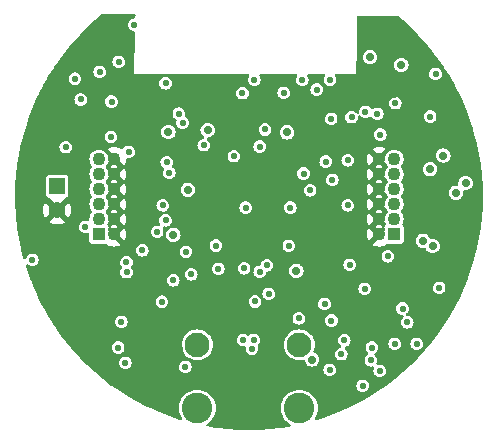
<source format=gbr>
G04 #@! TF.GenerationSoftware,KiCad,Pcbnew,7.0.7*
G04 #@! TF.CreationDate,2024-10-23T00:54:49-07:00*
G04 #@! TF.ProjectId,ESP_POE_1.4b,4553505f-504f-4455-9f31-2e34622e6b69,K*
G04 #@! TF.SameCoordinates,Original*
G04 #@! TF.FileFunction,Copper,L2,Inr*
G04 #@! TF.FilePolarity,Positive*
%FSLAX46Y46*%
G04 Gerber Fmt 4.6, Leading zero omitted, Abs format (unit mm)*
G04 Created by KiCad (PCBNEW 7.0.7) date 2024-10-23 00:54:49*
%MOMM*%
%LPD*%
G01*
G04 APERTURE LIST*
G04 #@! TA.AperFunction,ComponentPad*
%ADD10R,1.400000X1.400000*%
G04 #@! TD*
G04 #@! TA.AperFunction,ComponentPad*
%ADD11C,1.400000*%
G04 #@! TD*
G04 #@! TA.AperFunction,ComponentPad*
%ADD12C,2.100000*%
G04 #@! TD*
G04 #@! TA.AperFunction,ComponentPad*
%ADD13C,2.600000*%
G04 #@! TD*
G04 #@! TA.AperFunction,ComponentPad*
%ADD14R,1.100000X1.100000*%
G04 #@! TD*
G04 #@! TA.AperFunction,ComponentPad*
%ADD15C,1.100000*%
G04 #@! TD*
G04 #@! TA.AperFunction,ComponentPad*
%ADD16C,0.700000*%
G04 #@! TD*
G04 #@! TA.AperFunction,ComponentPad*
%ADD17C,1.500000*%
G04 #@! TD*
G04 #@! TA.AperFunction,ViaPad*
%ADD18C,0.550000*%
G04 #@! TD*
G04 #@! TA.AperFunction,ViaPad*
%ADD19C,0.700000*%
G04 #@! TD*
G04 APERTURE END LIST*
D10*
X74389520Y-143148050D03*
D11*
X74392060Y-145177510D03*
D12*
X86256400Y-156589400D03*
D13*
X86256400Y-161949400D03*
D12*
X94896400Y-156589400D03*
D13*
X94896400Y-161949400D03*
D14*
X77927200Y-147218400D03*
D15*
X79197200Y-147218400D03*
X77927200Y-145948400D03*
X79197200Y-145948400D03*
X77927200Y-144678400D03*
X79197200Y-144678400D03*
X77927200Y-143408400D03*
X79197200Y-143408400D03*
X77927200Y-142138400D03*
X79197200Y-142138400D03*
X77927200Y-140868400D03*
X79197200Y-140868400D03*
D16*
X93288000Y-143120000D03*
X93288000Y-141720000D03*
X92588000Y-143820000D03*
X92588000Y-141020000D03*
D17*
X91888000Y-142420000D03*
D16*
X91188000Y-143820000D03*
X91188000Y-141020000D03*
X90488000Y-143120000D03*
X90488000Y-141720000D03*
D14*
X102920800Y-147218400D03*
D15*
X101650800Y-147218400D03*
X102920800Y-145948400D03*
X101650800Y-145948400D03*
X102920800Y-144678400D03*
X101650800Y-144678400D03*
X102920800Y-143408400D03*
X101650800Y-143408400D03*
X102920800Y-142138400D03*
X101650800Y-142138400D03*
X102920800Y-140868400D03*
X101650800Y-140868400D03*
D18*
X93573600Y-135261600D03*
X76384400Y-135820400D03*
X72288400Y-149402800D03*
X96367600Y-134975600D03*
X98602800Y-158496000D03*
X104241600Y-130657600D03*
X86207600Y-134367600D03*
X97180400Y-139903200D03*
X104343200Y-149343700D03*
X79774800Y-155549600D03*
X92913200Y-149809200D03*
D19*
X97180400Y-148856298D03*
D18*
X100431600Y-153130000D03*
D19*
X102903979Y-135378187D03*
D18*
X98988000Y-134620000D03*
X103479600Y-150571200D03*
X75239700Y-146964400D03*
X103987600Y-157480000D03*
X95859600Y-150032800D03*
X73558400Y-138430000D03*
D19*
X106070400Y-146100800D03*
D18*
X84767299Y-156925237D03*
X77779700Y-138561600D03*
X78028800Y-130911600D03*
X107797600Y-135483600D03*
X105968800Y-137261600D03*
X77984024Y-133483076D03*
X104827901Y-156514800D03*
X106426000Y-133654800D03*
X79552800Y-156819600D03*
X97586800Y-137464800D03*
X103632000Y-153517600D03*
D19*
X85445600Y-143459200D03*
D18*
X83566000Y-134447100D03*
X97485200Y-134162800D03*
X98988000Y-140970000D03*
X97466400Y-158718000D03*
D19*
X103530400Y-132892800D03*
X100868400Y-132232400D03*
D18*
X99314000Y-137312400D03*
X100489115Y-136874658D03*
X101041200Y-156819600D03*
D19*
X108153200Y-143713200D03*
D18*
X79603600Y-132638800D03*
X94848690Y-154352127D03*
X100431600Y-151841200D03*
X75107800Y-139852400D03*
X90078400Y-135280400D03*
X100252962Y-160044562D03*
X106730800Y-151771600D03*
X84226400Y-151130000D03*
X86798849Y-139687300D03*
D19*
X93850621Y-138610179D03*
D18*
X95148400Y-134162300D03*
X91084400Y-134144000D03*
X80924400Y-129489200D03*
X80453800Y-140258800D03*
X85293200Y-148710400D03*
X104038400Y-154686000D03*
X101701600Y-158800800D03*
D19*
X95961200Y-157835600D03*
D18*
X102972438Y-156515638D03*
D19*
X84226400Y-147269200D03*
D18*
X83874200Y-142036800D03*
X91983560Y-138360400D03*
X97028000Y-153130000D03*
X90220800Y-150114000D03*
X87833200Y-148183600D03*
X76758800Y-146608800D03*
X80162400Y-158108400D03*
X100945292Y-157900100D03*
X98988000Y-144780000D03*
X103022400Y-136120300D03*
X101752400Y-138785600D03*
X75895200Y-134061200D03*
X78943200Y-138988800D03*
X80264103Y-150432480D03*
X101498400Y-137026400D03*
X97688400Y-142627600D03*
X92151200Y-149860000D03*
X91024898Y-156179400D03*
X90881200Y-156921200D03*
X91541600Y-150418800D03*
X90127902Y-156179400D03*
X83261200Y-152940000D03*
D19*
X107086400Y-140565599D03*
X105968800Y-141732000D03*
D18*
X102385801Y-149098000D03*
X95250000Y-142087600D03*
D19*
X105359200Y-147777200D03*
X108966000Y-142900400D03*
D18*
X85750400Y-150622000D03*
D19*
X106172000Y-148234400D03*
D18*
X89357200Y-140614400D03*
X90358280Y-144969957D03*
X95808800Y-143510000D03*
X94005254Y-148208854D03*
X79825600Y-154635200D03*
X88036400Y-150164800D03*
X94132400Y-144969500D03*
X81603600Y-148590000D03*
D19*
X83810951Y-138569200D03*
X87128700Y-138417300D03*
X94640400Y-150317200D03*
D18*
X83566000Y-146050000D03*
X99163106Y-149809029D03*
X83667600Y-141122400D03*
X91541600Y-139801600D03*
X83330800Y-144780000D03*
X97129600Y-141071600D03*
X85007200Y-137787257D03*
X78994000Y-135991600D03*
X82854800Y-147015200D03*
X98450400Y-157378400D03*
X91135700Y-152921239D03*
X92298700Y-152280000D03*
X98704400Y-156210000D03*
X84696128Y-137021528D03*
X80257900Y-149606000D03*
X97611543Y-154533468D03*
X85242400Y-158464000D03*
G04 #@! TA.AperFunction,Conductor*
G36*
X78870473Y-146117371D02*
G01*
X78917086Y-146159571D01*
X78936132Y-146188723D01*
X78936134Y-146188725D01*
X78936135Y-146188726D01*
X78936136Y-146188727D01*
X78987128Y-146228415D01*
X79035800Y-146266298D01*
X79076613Y-146323009D01*
X79080288Y-146392782D01*
X79047319Y-146451833D01*
X78909137Y-146590015D01*
X78906843Y-146591267D01*
X78936902Y-146604995D01*
X78943380Y-146611027D01*
X79050794Y-146718441D01*
X79084279Y-146779764D01*
X79079295Y-146849456D01*
X79037423Y-146905389D01*
X79022131Y-146915176D01*
X78979256Y-146938379D01*
X78979251Y-146938382D01*
X78946928Y-146973495D01*
X78887041Y-147009485D01*
X78817203Y-147007384D01*
X78759587Y-146967859D01*
X78732486Y-146903460D01*
X78731699Y-146889511D01*
X78731699Y-146698708D01*
X78751384Y-146631669D01*
X78771920Y-146613873D01*
X78722189Y-146576644D01*
X78718354Y-146571225D01*
X78716934Y-146569100D01*
X78716934Y-146569099D01*
X78660684Y-146484916D01*
X78660683Y-146484915D01*
X78660682Y-146484913D01*
X78656626Y-146480857D01*
X78623141Y-146419534D01*
X78628125Y-146349842D01*
X78639313Y-146327205D01*
X78656616Y-146299668D01*
X78696237Y-146186437D01*
X78736958Y-146129662D01*
X78801911Y-146103915D01*
X78870473Y-146117371D01*
G37*
G04 #@! TD.AperFunction*
G04 #@! TA.AperFunction,Conductor*
G36*
X78870474Y-144847371D02*
G01*
X78917088Y-144889572D01*
X78936134Y-144918725D01*
X78936135Y-144918726D01*
X78936136Y-144918727D01*
X78970545Y-144945508D01*
X79035800Y-144996298D01*
X79076613Y-145053009D01*
X79080288Y-145122782D01*
X79047320Y-145181833D01*
X78915753Y-145313400D01*
X79050794Y-145448441D01*
X79084279Y-145509764D01*
X79079295Y-145579456D01*
X79037423Y-145635389D01*
X79022131Y-145645176D01*
X78979256Y-145668379D01*
X78979252Y-145668382D01*
X78903542Y-145750625D01*
X78843654Y-145786616D01*
X78773816Y-145784515D01*
X78716200Y-145744991D01*
X78695271Y-145707597D01*
X78656620Y-145597140D01*
X78656616Y-145597132D01*
X78607694Y-145519272D01*
X78560164Y-145443628D01*
X78517617Y-145401081D01*
X78484132Y-145339758D01*
X78489116Y-145270066D01*
X78517617Y-145225719D01*
X78531818Y-145211518D01*
X78560164Y-145183172D01*
X78656616Y-145029668D01*
X78656617Y-145029664D01*
X78656620Y-145029659D01*
X78696238Y-144916438D01*
X78736959Y-144859662D01*
X78801912Y-144833915D01*
X78870474Y-144847371D01*
G37*
G04 #@! TD.AperFunction*
G04 #@! TA.AperFunction,Conductor*
G36*
X78870474Y-143577371D02*
G01*
X78917088Y-143619572D01*
X78936134Y-143648725D01*
X78936135Y-143648726D01*
X78936136Y-143648727D01*
X78987128Y-143688415D01*
X79035800Y-143726298D01*
X79076613Y-143783009D01*
X79080288Y-143852782D01*
X79047320Y-143911833D01*
X78915753Y-144043400D01*
X79050794Y-144178441D01*
X79084279Y-144239764D01*
X79079295Y-144309456D01*
X79037423Y-144365389D01*
X79022131Y-144375176D01*
X78979256Y-144398379D01*
X78979252Y-144398382D01*
X78903542Y-144480625D01*
X78843654Y-144516616D01*
X78773816Y-144514515D01*
X78716200Y-144474991D01*
X78695271Y-144437597D01*
X78656620Y-144327140D01*
X78656616Y-144327132D01*
X78617029Y-144264129D01*
X78560164Y-144173628D01*
X78517617Y-144131081D01*
X78484132Y-144069758D01*
X78489116Y-144000066D01*
X78517617Y-143955719D01*
X78525990Y-143947346D01*
X78560164Y-143913172D01*
X78656616Y-143759668D01*
X78656617Y-143759664D01*
X78656620Y-143759659D01*
X78696238Y-143646438D01*
X78736959Y-143589662D01*
X78801912Y-143563915D01*
X78870474Y-143577371D01*
G37*
G04 #@! TD.AperFunction*
G04 #@! TA.AperFunction,Conductor*
G36*
X78870474Y-142307371D02*
G01*
X78917088Y-142349572D01*
X78936134Y-142378725D01*
X78936135Y-142378726D01*
X78936136Y-142378727D01*
X78982026Y-142414444D01*
X79035800Y-142456298D01*
X79076613Y-142513009D01*
X79080288Y-142582782D01*
X79047320Y-142641833D01*
X78915753Y-142773400D01*
X79050794Y-142908441D01*
X79084279Y-142969764D01*
X79079295Y-143039456D01*
X79037423Y-143095389D01*
X79022131Y-143105176D01*
X78979256Y-143128379D01*
X78979252Y-143128382D01*
X78903542Y-143210625D01*
X78843654Y-143246616D01*
X78773816Y-143244515D01*
X78716200Y-143204991D01*
X78695271Y-143167597D01*
X78656620Y-143057140D01*
X78656616Y-143057132D01*
X78617029Y-142994129D01*
X78560164Y-142903628D01*
X78517617Y-142861081D01*
X78484132Y-142799758D01*
X78489116Y-142730066D01*
X78517617Y-142685719D01*
X78519467Y-142683869D01*
X78560164Y-142643172D01*
X78656616Y-142489668D01*
X78656617Y-142489664D01*
X78656620Y-142489659D01*
X78696238Y-142376438D01*
X78736959Y-142319662D01*
X78801912Y-142293915D01*
X78870474Y-142307371D01*
G37*
G04 #@! TD.AperFunction*
G04 #@! TA.AperFunction,Conductor*
G36*
X78870474Y-141037371D02*
G01*
X78917088Y-141079572D01*
X78936134Y-141108725D01*
X78936135Y-141108726D01*
X79035800Y-141186299D01*
X79076613Y-141243009D01*
X79080287Y-141312782D01*
X79047318Y-141371833D01*
X78915753Y-141503397D01*
X78915753Y-141503399D01*
X79050794Y-141638441D01*
X79084279Y-141699764D01*
X79079295Y-141769456D01*
X79037423Y-141825389D01*
X79022131Y-141835176D01*
X78979256Y-141858379D01*
X78979252Y-141858382D01*
X78903542Y-141940625D01*
X78843654Y-141976616D01*
X78773816Y-141974515D01*
X78716200Y-141934991D01*
X78695271Y-141897597D01*
X78656620Y-141787140D01*
X78656616Y-141787132D01*
X78623629Y-141734633D01*
X78560164Y-141633628D01*
X78517617Y-141591081D01*
X78484132Y-141529758D01*
X78489116Y-141460066D01*
X78517617Y-141415719D01*
X78531305Y-141402031D01*
X78560164Y-141373172D01*
X78656616Y-141219668D01*
X78656617Y-141219664D01*
X78656620Y-141219659D01*
X78696238Y-141106438D01*
X78736959Y-141049662D01*
X78801912Y-141023915D01*
X78870474Y-141037371D01*
G37*
G04 #@! TD.AperFunction*
G04 #@! TA.AperFunction,Conductor*
G36*
X102074182Y-146112282D02*
G01*
X102131799Y-146151806D01*
X102152728Y-146189198D01*
X102174571Y-146251621D01*
X102191383Y-146299666D01*
X102191385Y-146299671D01*
X102208686Y-146327205D01*
X102227686Y-146394442D01*
X102207318Y-146461277D01*
X102191377Y-146480854D01*
X102187316Y-146484915D01*
X102129645Y-146571225D01*
X102078090Y-146614310D01*
X102091567Y-146624399D01*
X102115984Y-146689864D01*
X102116300Y-146698709D01*
X102116300Y-146883545D01*
X102096615Y-146950584D01*
X102043811Y-146996339D01*
X101974653Y-147006283D01*
X101916138Y-146981399D01*
X101812199Y-146900501D01*
X101771386Y-146843791D01*
X101767711Y-146774018D01*
X101800680Y-146714965D01*
X101904619Y-146611027D01*
X101940411Y-146591483D01*
X101938862Y-146590015D01*
X101797205Y-146448358D01*
X101763720Y-146387035D01*
X101768704Y-146317343D01*
X101810576Y-146261410D01*
X101825852Y-146251632D01*
X101868747Y-146228419D01*
X101944459Y-146146173D01*
X102004344Y-146110183D01*
X102074182Y-146112282D01*
G37*
G04 #@! TD.AperFunction*
G04 #@! TA.AperFunction,Conductor*
G36*
X102074182Y-144842282D02*
G01*
X102131799Y-144881806D01*
X102152728Y-144919198D01*
X102161935Y-144945508D01*
X102191383Y-145029666D01*
X102191383Y-145029667D01*
X102287836Y-145183172D01*
X102330383Y-145225719D01*
X102363868Y-145287042D01*
X102358884Y-145356734D01*
X102330383Y-145401081D01*
X102287836Y-145443627D01*
X102191383Y-145597132D01*
X102191379Y-145597140D01*
X102151762Y-145710362D01*
X102111041Y-145767138D01*
X102046088Y-145792885D01*
X101977526Y-145779429D01*
X101930912Y-145737228D01*
X101911865Y-145708074D01*
X101911862Y-145708071D01*
X101812199Y-145630500D01*
X101771386Y-145573790D01*
X101767711Y-145504017D01*
X101800680Y-145444965D01*
X101932246Y-145313399D01*
X101797205Y-145178358D01*
X101763720Y-145117035D01*
X101768704Y-145047343D01*
X101810576Y-144991410D01*
X101825852Y-144981632D01*
X101868747Y-144958419D01*
X101944459Y-144876173D01*
X102004344Y-144840183D01*
X102074182Y-144842282D01*
G37*
G04 #@! TD.AperFunction*
G04 #@! TA.AperFunction,Conductor*
G36*
X102074182Y-143572282D02*
G01*
X102131799Y-143611806D01*
X102152730Y-143649201D01*
X102191383Y-143759666D01*
X102191383Y-143759667D01*
X102287836Y-143913172D01*
X102330383Y-143955719D01*
X102363868Y-144017042D01*
X102358884Y-144086734D01*
X102330383Y-144131081D01*
X102287836Y-144173627D01*
X102191383Y-144327132D01*
X102191379Y-144327140D01*
X102151762Y-144440362D01*
X102111041Y-144497138D01*
X102046088Y-144522885D01*
X101977526Y-144509429D01*
X101930912Y-144467228D01*
X101911865Y-144438074D01*
X101911862Y-144438071D01*
X101812199Y-144360500D01*
X101771386Y-144303790D01*
X101767711Y-144234017D01*
X101800680Y-144174965D01*
X101932246Y-144043399D01*
X101797205Y-143908358D01*
X101763720Y-143847035D01*
X101768704Y-143777343D01*
X101810576Y-143721410D01*
X101825852Y-143711632D01*
X101868747Y-143688419D01*
X101944459Y-143606173D01*
X102004344Y-143570183D01*
X102074182Y-143572282D01*
G37*
G04 #@! TD.AperFunction*
G04 #@! TA.AperFunction,Conductor*
G36*
X102074182Y-142302282D02*
G01*
X102131799Y-142341806D01*
X102152728Y-142379198D01*
X102165062Y-142414444D01*
X102191383Y-142489666D01*
X102191383Y-142489667D01*
X102287836Y-142643172D01*
X102330383Y-142685719D01*
X102363868Y-142747042D01*
X102358884Y-142816734D01*
X102330383Y-142861081D01*
X102287836Y-142903627D01*
X102191383Y-143057132D01*
X102191379Y-143057140D01*
X102151762Y-143170362D01*
X102111041Y-143227138D01*
X102046088Y-143252885D01*
X101977526Y-143239429D01*
X101930912Y-143197228D01*
X101911865Y-143168074D01*
X101911862Y-143168071D01*
X101812199Y-143090500D01*
X101771386Y-143033790D01*
X101767711Y-142964017D01*
X101800680Y-142904965D01*
X101932246Y-142773399D01*
X101797205Y-142638358D01*
X101763720Y-142577035D01*
X101768704Y-142507343D01*
X101810576Y-142451410D01*
X101825852Y-142441632D01*
X101868747Y-142418419D01*
X101944459Y-142336173D01*
X102004344Y-142300183D01*
X102074182Y-142302282D01*
G37*
G04 #@! TD.AperFunction*
G04 #@! TA.AperFunction,Conductor*
G36*
X102074182Y-141032282D02*
G01*
X102131799Y-141071806D01*
X102152728Y-141109198D01*
X102168594Y-141154538D01*
X102191383Y-141219666D01*
X102191383Y-141219667D01*
X102287836Y-141373172D01*
X102330383Y-141415719D01*
X102363868Y-141477042D01*
X102358884Y-141546734D01*
X102330383Y-141591081D01*
X102287836Y-141633627D01*
X102191383Y-141787132D01*
X102191379Y-141787140D01*
X102151762Y-141900362D01*
X102111041Y-141957138D01*
X102046088Y-141982885D01*
X101977526Y-141969429D01*
X101930912Y-141927228D01*
X101911865Y-141898074D01*
X101860866Y-141858380D01*
X101819685Y-141826328D01*
X101819684Y-141826327D01*
X101812198Y-141820501D01*
X101771385Y-141763791D01*
X101767710Y-141694018D01*
X101800679Y-141634965D01*
X101932246Y-141503397D01*
X101797206Y-141368358D01*
X101763721Y-141307035D01*
X101768705Y-141237344D01*
X101810576Y-141181410D01*
X101825862Y-141171627D01*
X101868747Y-141148419D01*
X101944459Y-141066173D01*
X102004344Y-141030183D01*
X102074182Y-141032282D01*
G37*
G04 #@! TD.AperFunction*
G04 #@! TA.AperFunction,Conductor*
G36*
X80898775Y-128574253D02*
G01*
X80965727Y-128594225D01*
X81011254Y-128647225D01*
X81022184Y-128701970D01*
X81018111Y-128837759D01*
X80996426Y-128904178D01*
X80942274Y-128948329D01*
X80910353Y-128956980D01*
X80786173Y-128973329D01*
X80786172Y-128973329D01*
X80657366Y-129026682D01*
X80546756Y-129111556D01*
X80461882Y-129222166D01*
X80408529Y-129350972D01*
X80408529Y-129350973D01*
X80390331Y-129489200D01*
X80408529Y-129627427D01*
X80461883Y-129756235D01*
X80546756Y-129866844D01*
X80657365Y-129951717D01*
X80786173Y-130005071D01*
X80871197Y-130016264D01*
X80935092Y-130044530D01*
X80973564Y-130102854D01*
X80978955Y-130142921D01*
X80873599Y-133654800D01*
X90540910Y-133654800D01*
X90607949Y-133674485D01*
X90653704Y-133727289D01*
X90663648Y-133796447D01*
X90639285Y-133854287D01*
X90621882Y-133876965D01*
X90571356Y-133998947D01*
X90568529Y-134005773D01*
X90550331Y-134144000D01*
X90568529Y-134282227D01*
X90621883Y-134411035D01*
X90706756Y-134521644D01*
X90817365Y-134606517D01*
X90946173Y-134659871D01*
X91084400Y-134678069D01*
X91222627Y-134659871D01*
X91351435Y-134606517D01*
X91462044Y-134521644D01*
X91546917Y-134411035D01*
X91600271Y-134282227D01*
X91618469Y-134144000D01*
X91600271Y-134005773D01*
X91546917Y-133876966D01*
X91546916Y-133876965D01*
X91529514Y-133854285D01*
X91504321Y-133789115D01*
X91518360Y-133720671D01*
X91567175Y-133670682D01*
X91627891Y-133654800D01*
X94618952Y-133654800D01*
X94685991Y-133674485D01*
X94731746Y-133727289D01*
X94741690Y-133796447D01*
X94717329Y-133854283D01*
X94710756Y-133862851D01*
X94685881Y-133895268D01*
X94632529Y-134024072D01*
X94632529Y-134024073D01*
X94614331Y-134162300D01*
X94632529Y-134300527D01*
X94685883Y-134429335D01*
X94770756Y-134539944D01*
X94881365Y-134624817D01*
X95010173Y-134678171D01*
X95148400Y-134696369D01*
X95286627Y-134678171D01*
X95415435Y-134624817D01*
X95526044Y-134539944D01*
X95610917Y-134429335D01*
X95664271Y-134300527D01*
X95682469Y-134162300D01*
X95664271Y-134024073D01*
X95610917Y-133895266D01*
X95596875Y-133876966D01*
X95579472Y-133854285D01*
X95554279Y-133789116D01*
X95568318Y-133720671D01*
X95617132Y-133670682D01*
X95677849Y-133654800D01*
X96956135Y-133654800D01*
X97023174Y-133674485D01*
X97068929Y-133727289D01*
X97078873Y-133796447D01*
X97054511Y-133854286D01*
X97022682Y-133895765D01*
X96969329Y-134024572D01*
X96969329Y-134024573D01*
X96951131Y-134162799D01*
X96969329Y-134301026D01*
X96969329Y-134301027D01*
X96972578Y-134308872D01*
X97022683Y-134429835D01*
X97107556Y-134540444D01*
X97218165Y-134625317D01*
X97346973Y-134678671D01*
X97485200Y-134696869D01*
X97623427Y-134678671D01*
X97752235Y-134625317D01*
X97862844Y-134540444D01*
X97947717Y-134429835D01*
X98001071Y-134301027D01*
X98019269Y-134162800D01*
X98001071Y-134024573D01*
X97968356Y-133945593D01*
X97947717Y-133895765D01*
X97915889Y-133854286D01*
X97890695Y-133789117D01*
X97904734Y-133720672D01*
X97953548Y-133670682D01*
X98014265Y-133654800D01*
X99720400Y-133654800D01*
X105891931Y-133654800D01*
X105910129Y-133793026D01*
X105910129Y-133793027D01*
X105952478Y-133895268D01*
X105963483Y-133921835D01*
X106048356Y-134032444D01*
X106158965Y-134117317D01*
X106287773Y-134170671D01*
X106426000Y-134188869D01*
X106564227Y-134170671D01*
X106693035Y-134117317D01*
X106803644Y-134032444D01*
X106888517Y-133921835D01*
X106941871Y-133793027D01*
X106960069Y-133654800D01*
X106941871Y-133516573D01*
X106888517Y-133387766D01*
X106888517Y-133387765D01*
X106803647Y-133277159D01*
X106803645Y-133277157D01*
X106803644Y-133277156D01*
X106693035Y-133192283D01*
X106564227Y-133138929D01*
X106426000Y-133120731D01*
X106287773Y-133138929D01*
X106287772Y-133138929D01*
X106158966Y-133192282D01*
X106048356Y-133277156D01*
X105963482Y-133387766D01*
X105910129Y-133516572D01*
X105910129Y-133516573D01*
X105891931Y-133654800D01*
X99720400Y-133654800D01*
X99728256Y-132892800D01*
X102920684Y-132892800D01*
X102941460Y-133050605D01*
X102941461Y-133050609D01*
X103002368Y-133197655D01*
X103002369Y-133197657D01*
X103002370Y-133197658D01*
X103099266Y-133323934D01*
X103225542Y-133420830D01*
X103372594Y-133481740D01*
X103512040Y-133500098D01*
X103530399Y-133502516D01*
X103530400Y-133502516D01*
X103530401Y-133502516D01*
X103546846Y-133500350D01*
X103688206Y-133481740D01*
X103835258Y-133420830D01*
X103961534Y-133323934D01*
X104058430Y-133197658D01*
X104119340Y-133050606D01*
X104140116Y-132892800D01*
X104119340Y-132734994D01*
X104058430Y-132587942D01*
X103961534Y-132461666D01*
X103835258Y-132364770D01*
X103835257Y-132364769D01*
X103835255Y-132364768D01*
X103688209Y-132303861D01*
X103688207Y-132303860D01*
X103688206Y-132303860D01*
X103557562Y-132286660D01*
X103530401Y-132283084D01*
X103530399Y-132283084D01*
X103372594Y-132303860D01*
X103372590Y-132303861D01*
X103225544Y-132364768D01*
X103099266Y-132461666D01*
X103002368Y-132587944D01*
X102941461Y-132734990D01*
X102941460Y-132734994D01*
X102920684Y-132892799D01*
X102920684Y-132892800D01*
X99728256Y-132892800D01*
X99735064Y-132232400D01*
X100258684Y-132232400D01*
X100279460Y-132390205D01*
X100279461Y-132390209D01*
X100340368Y-132537255D01*
X100340369Y-132537257D01*
X100340370Y-132537258D01*
X100437266Y-132663534D01*
X100563542Y-132760430D01*
X100710594Y-132821340D01*
X100850040Y-132839698D01*
X100868399Y-132842116D01*
X100868400Y-132842116D01*
X100868401Y-132842116D01*
X100884846Y-132839950D01*
X101026206Y-132821340D01*
X101173258Y-132760430D01*
X101299534Y-132663534D01*
X101396430Y-132537258D01*
X101457340Y-132390206D01*
X101478116Y-132232400D01*
X101457340Y-132074594D01*
X101396430Y-131927542D01*
X101299534Y-131801266D01*
X101173258Y-131704370D01*
X101173257Y-131704369D01*
X101173255Y-131704368D01*
X101026209Y-131643461D01*
X101026207Y-131643460D01*
X101026206Y-131643460D01*
X100947302Y-131633072D01*
X100868401Y-131622684D01*
X100868399Y-131622684D01*
X100710594Y-131643460D01*
X100710590Y-131643461D01*
X100563544Y-131704368D01*
X100437266Y-131801266D01*
X100340368Y-131927544D01*
X100279461Y-132074590D01*
X100279460Y-132074594D01*
X100258684Y-132232399D01*
X100258684Y-132232400D01*
X99735064Y-132232400D01*
X99769940Y-128849402D01*
X99790314Y-128782570D01*
X99843587Y-128737362D01*
X99893407Y-128726682D01*
X103135899Y-128712942D01*
X103203017Y-128732341D01*
X103215882Y-128741747D01*
X103463328Y-128948329D01*
X103652993Y-129106673D01*
X103655088Y-129108504D01*
X104308874Y-129706090D01*
X104310885Y-129708013D01*
X104937186Y-130334314D01*
X104939109Y-130336325D01*
X105536695Y-130990111D01*
X105538526Y-130992206D01*
X106106189Y-131672157D01*
X106107907Y-131674311D01*
X106300718Y-131927542D01*
X106644487Y-132379037D01*
X106646123Y-132381288D01*
X106701809Y-132461666D01*
X107147811Y-133105432D01*
X107150535Y-133109363D01*
X107152068Y-133111685D01*
X107623317Y-133861674D01*
X107624744Y-133864063D01*
X108061862Y-134634423D01*
X108063180Y-134636873D01*
X108465306Y-135426090D01*
X108466505Y-135428578D01*
X108633519Y-135796271D01*
X108832815Y-136235036D01*
X108833908Y-136237594D01*
X109163655Y-137059642D01*
X109164633Y-137062247D01*
X109457188Y-137898320D01*
X109458045Y-137900957D01*
X109494164Y-138021239D01*
X109712778Y-138749256D01*
X109713519Y-138751939D01*
X109929945Y-139610852D01*
X109930565Y-139613565D01*
X110108237Y-140481311D01*
X110108730Y-140484028D01*
X110231732Y-141260627D01*
X110247292Y-141358871D01*
X110247663Y-141361611D01*
X110343064Y-142208314D01*
X110346837Y-142241801D01*
X110347084Y-142244544D01*
X110406669Y-143128302D01*
X110406794Y-143131082D01*
X110426668Y-144016608D01*
X110426668Y-144019392D01*
X110406794Y-144904917D01*
X110406669Y-144907691D01*
X110347084Y-145791451D01*
X110346837Y-145794195D01*
X110251163Y-146643336D01*
X110247666Y-146674370D01*
X110247292Y-146677128D01*
X110109159Y-147549269D01*
X110108734Y-147551950D01*
X110108237Y-147554688D01*
X109930565Y-148422434D01*
X109929945Y-148425147D01*
X109713519Y-149284060D01*
X109712778Y-149286743D01*
X109458048Y-150135033D01*
X109457188Y-150137679D01*
X109164633Y-150973752D01*
X109163655Y-150976357D01*
X108833908Y-151798405D01*
X108832815Y-151800963D01*
X108466514Y-152607402D01*
X108465306Y-152609909D01*
X108063180Y-153399126D01*
X108061862Y-153401576D01*
X107624744Y-154171936D01*
X107623317Y-154174325D01*
X107152068Y-154924314D01*
X107150535Y-154926636D01*
X106646123Y-155654711D01*
X106644487Y-155656962D01*
X106107924Y-156361667D01*
X106106189Y-156363842D01*
X105538526Y-157043793D01*
X105536695Y-157045888D01*
X104939109Y-157699674D01*
X104937186Y-157701685D01*
X104310885Y-158327986D01*
X104308874Y-158329909D01*
X103655088Y-158927495D01*
X103652993Y-158929326D01*
X102973042Y-159496989D01*
X102970867Y-159498724D01*
X102266162Y-160035287D01*
X102263911Y-160036923D01*
X101535836Y-160541335D01*
X101533514Y-160542868D01*
X100783525Y-161014117D01*
X100781136Y-161015544D01*
X100010776Y-161452662D01*
X100008326Y-161453980D01*
X99219109Y-161856106D01*
X99216602Y-161857314D01*
X98410163Y-162223615D01*
X98407605Y-162224708D01*
X97585557Y-162554455D01*
X97582952Y-162555433D01*
X96746879Y-162847988D01*
X96744233Y-162848848D01*
X96349636Y-162967339D01*
X96279768Y-162967767D01*
X96220760Y-162930353D01*
X96191346Y-162866976D01*
X96200867Y-162797758D01*
X96208239Y-162783802D01*
X96285753Y-162657311D01*
X96379389Y-162431252D01*
X96436509Y-162193329D01*
X96455707Y-161949400D01*
X96436509Y-161705471D01*
X96379389Y-161467548D01*
X96379388Y-161467545D01*
X96379388Y-161467544D01*
X96285755Y-161241492D01*
X96285753Y-161241489D01*
X96157909Y-161032867D01*
X96157903Y-161032858D01*
X95998999Y-160846805D01*
X95998994Y-160846800D01*
X95812941Y-160687896D01*
X95812932Y-160687890D01*
X95604310Y-160560046D01*
X95604307Y-160560044D01*
X95378254Y-160466411D01*
X95140332Y-160409291D01*
X94957382Y-160394892D01*
X94896400Y-160390093D01*
X94896399Y-160390093D01*
X94652467Y-160409291D01*
X94414546Y-160466411D01*
X94414544Y-160466411D01*
X94188492Y-160560044D01*
X94188489Y-160560046D01*
X93979867Y-160687890D01*
X93979858Y-160687896D01*
X93793805Y-160846800D01*
X93793800Y-160846805D01*
X93634896Y-161032858D01*
X93634890Y-161032867D01*
X93507046Y-161241489D01*
X93507044Y-161241492D01*
X93413411Y-161467544D01*
X93413411Y-161467546D01*
X93356291Y-161705467D01*
X93337093Y-161949400D01*
X93356291Y-162193332D01*
X93413411Y-162431253D01*
X93413411Y-162431255D01*
X93507044Y-162657307D01*
X93507046Y-162657310D01*
X93634890Y-162865932D01*
X93634896Y-162865941D01*
X93793800Y-163051994D01*
X93793805Y-163051999D01*
X93979858Y-163210903D01*
X93979866Y-163210909D01*
X94104773Y-163287452D01*
X94151648Y-163339263D01*
X94163071Y-163408193D01*
X94135414Y-163472356D01*
X94077458Y-163511381D01*
X94059381Y-163515652D01*
X93286328Y-163638092D01*
X93283582Y-163638464D01*
X92403398Y-163737637D01*
X92400651Y-163737884D01*
X91516891Y-163797469D01*
X91514117Y-163797594D01*
X90628591Y-163817468D01*
X90625809Y-163817468D01*
X89740282Y-163797594D01*
X89737510Y-163797469D01*
X88853744Y-163737884D01*
X88851008Y-163737637D01*
X87970811Y-163638463D01*
X87968075Y-163638092D01*
X87762041Y-163605460D01*
X87114285Y-163502865D01*
X87051150Y-163472936D01*
X87014219Y-163413624D01*
X87015217Y-163343762D01*
X87053827Y-163285529D01*
X87068884Y-163274670D01*
X87172938Y-163210906D01*
X87358997Y-163051997D01*
X87517906Y-162865938D01*
X87645753Y-162657311D01*
X87645756Y-162657305D01*
X87739388Y-162431255D01*
X87739388Y-162431254D01*
X87739389Y-162431252D01*
X87796509Y-162193329D01*
X87815707Y-161949400D01*
X87796509Y-161705471D01*
X87739389Y-161467548D01*
X87739388Y-161467545D01*
X87739388Y-161467544D01*
X87645755Y-161241492D01*
X87645753Y-161241489D01*
X87517909Y-161032867D01*
X87517903Y-161032858D01*
X87358999Y-160846805D01*
X87358994Y-160846800D01*
X87172941Y-160687896D01*
X87172932Y-160687890D01*
X86964310Y-160560046D01*
X86964307Y-160560044D01*
X86738254Y-160466411D01*
X86500332Y-160409291D01*
X86256400Y-160390093D01*
X86012467Y-160409291D01*
X85774546Y-160466411D01*
X85774544Y-160466411D01*
X85548492Y-160560044D01*
X85548489Y-160560046D01*
X85339867Y-160687890D01*
X85339858Y-160687896D01*
X85153805Y-160846800D01*
X85153800Y-160846805D01*
X84994896Y-161032858D01*
X84994890Y-161032867D01*
X84867046Y-161241489D01*
X84867044Y-161241492D01*
X84773411Y-161467544D01*
X84773411Y-161467546D01*
X84716291Y-161705467D01*
X84697093Y-161949399D01*
X84716291Y-162193332D01*
X84773411Y-162431253D01*
X84773411Y-162431255D01*
X84867043Y-162657304D01*
X84921641Y-162746400D01*
X84939885Y-162813846D01*
X84918768Y-162880449D01*
X84864996Y-162925062D01*
X84795641Y-162933522D01*
X84780255Y-162929952D01*
X84510157Y-162848845D01*
X84507520Y-162847988D01*
X83671447Y-162555433D01*
X83668842Y-162554455D01*
X82846794Y-162224708D01*
X82844236Y-162223615D01*
X82482944Y-162059508D01*
X82037778Y-161857305D01*
X82035290Y-161856106D01*
X81246073Y-161453980D01*
X81243623Y-161452662D01*
X80473263Y-161015544D01*
X80470874Y-161014117D01*
X79720885Y-160542868D01*
X79718563Y-160541335D01*
X79669117Y-160507079D01*
X79001514Y-160044562D01*
X99718893Y-160044562D01*
X99737091Y-160182789D01*
X99790445Y-160311597D01*
X99875318Y-160422206D01*
X99985927Y-160507079D01*
X100114735Y-160560433D01*
X100252962Y-160578631D01*
X100391189Y-160560433D01*
X100519997Y-160507079D01*
X100630606Y-160422206D01*
X100715479Y-160311597D01*
X100768833Y-160182789D01*
X100787031Y-160044562D01*
X100768833Y-159906335D01*
X100715479Y-159777528D01*
X100715479Y-159777527D01*
X100630609Y-159666921D01*
X100630607Y-159666919D01*
X100630606Y-159666918D01*
X100519997Y-159582045D01*
X100391189Y-159528691D01*
X100252962Y-159510493D01*
X100114735Y-159528691D01*
X100114734Y-159528691D01*
X99985928Y-159582044D01*
X99875318Y-159666918D01*
X99790444Y-159777528D01*
X99737091Y-159906334D01*
X99737091Y-159906335D01*
X99718893Y-160044562D01*
X79001514Y-160044562D01*
X78990488Y-160036923D01*
X78988237Y-160035287D01*
X78504433Y-159666918D01*
X78283511Y-159498707D01*
X78281357Y-159496989D01*
X77601406Y-158929326D01*
X77599311Y-158927495D01*
X76945525Y-158329909D01*
X76943514Y-158327986D01*
X76723928Y-158108400D01*
X79628331Y-158108400D01*
X79636064Y-158167133D01*
X79646529Y-158246626D01*
X79646529Y-158246627D01*
X79694993Y-158363631D01*
X79699883Y-158375435D01*
X79784756Y-158486044D01*
X79895365Y-158570917D01*
X80024173Y-158624271D01*
X80162400Y-158642469D01*
X80300627Y-158624271D01*
X80429435Y-158570917D01*
X80540044Y-158486044D01*
X80556959Y-158464000D01*
X84708331Y-158464000D01*
X84726529Y-158602226D01*
X84726529Y-158602227D01*
X84735659Y-158624270D01*
X84779883Y-158731035D01*
X84864756Y-158841644D01*
X84975365Y-158926517D01*
X85104173Y-158979871D01*
X85242400Y-158998069D01*
X85380627Y-158979871D01*
X85509435Y-158926517D01*
X85620044Y-158841644D01*
X85704917Y-158731035D01*
X85710316Y-158718000D01*
X96932331Y-158718000D01*
X96950529Y-158856226D01*
X96950529Y-158856227D01*
X97001743Y-158979870D01*
X97003883Y-158985035D01*
X97088756Y-159095644D01*
X97199365Y-159180517D01*
X97328173Y-159233871D01*
X97466400Y-159252069D01*
X97604627Y-159233871D01*
X97733435Y-159180517D01*
X97844044Y-159095644D01*
X97928917Y-158985035D01*
X97982271Y-158856227D01*
X98000469Y-158718000D01*
X97982271Y-158579773D01*
X97943447Y-158486044D01*
X97928917Y-158450965D01*
X97844047Y-158340359D01*
X97844045Y-158340357D01*
X97844044Y-158340356D01*
X97733435Y-158255483D01*
X97604627Y-158202129D01*
X97466400Y-158183931D01*
X97328173Y-158202129D01*
X97328172Y-158202129D01*
X97199366Y-158255482D01*
X97088756Y-158340356D01*
X97003882Y-158450966D01*
X96950529Y-158579772D01*
X96950529Y-158579773D01*
X96932331Y-158718000D01*
X85710316Y-158718000D01*
X85758271Y-158602227D01*
X85776469Y-158464000D01*
X85758271Y-158325773D01*
X85704917Y-158196966D01*
X85704917Y-158196965D01*
X85620047Y-158086359D01*
X85620045Y-158086357D01*
X85620044Y-158086356D01*
X85509435Y-158001483D01*
X85489935Y-157993406D01*
X85433846Y-157970173D01*
X85380627Y-157948129D01*
X85242400Y-157929931D01*
X85104173Y-157948129D01*
X85104172Y-157948129D01*
X84975366Y-158001482D01*
X84864756Y-158086356D01*
X84779882Y-158196966D01*
X84726529Y-158325772D01*
X84726529Y-158325773D01*
X84708331Y-158464000D01*
X80556959Y-158464000D01*
X80624917Y-158375435D01*
X80678271Y-158246627D01*
X80696469Y-158108400D01*
X80678271Y-157970173D01*
X80640500Y-157878987D01*
X80624917Y-157841365D01*
X80540047Y-157730759D01*
X80540045Y-157730757D01*
X80540044Y-157730756D01*
X80429435Y-157645883D01*
X80428353Y-157645435D01*
X80391706Y-157630255D01*
X80300627Y-157592529D01*
X80162400Y-157574331D01*
X80024173Y-157592529D01*
X80024172Y-157592529D01*
X79895366Y-157645882D01*
X79784756Y-157730756D01*
X79699882Y-157841366D01*
X79651255Y-157958763D01*
X79646529Y-157970173D01*
X79628331Y-158108400D01*
X76723928Y-158108400D01*
X76317213Y-157701685D01*
X76315290Y-157699674D01*
X75717704Y-157045888D01*
X75715873Y-157043793D01*
X75528704Y-156819600D01*
X79018731Y-156819600D01*
X79028431Y-156893282D01*
X79036929Y-156957826D01*
X79036929Y-156957827D01*
X79074986Y-157049706D01*
X79090283Y-157086635D01*
X79175156Y-157197244D01*
X79285765Y-157282117D01*
X79414573Y-157335471D01*
X79552800Y-157353669D01*
X79691027Y-157335471D01*
X79819835Y-157282117D01*
X79930444Y-157197244D01*
X80015317Y-157086635D01*
X80068671Y-156957827D01*
X80086869Y-156819600D01*
X80068671Y-156681373D01*
X80030574Y-156589401D01*
X84946917Y-156589401D01*
X84966810Y-156816783D01*
X84966812Y-156816794D01*
X85025885Y-157037262D01*
X85025887Y-157037266D01*
X85025888Y-157037270D01*
X85054258Y-157098110D01*
X85122353Y-157244141D01*
X85122355Y-157244145D01*
X85253272Y-157431112D01*
X85253281Y-157431122D01*
X85414677Y-157592518D01*
X85414687Y-157592527D01*
X85601654Y-157723444D01*
X85601658Y-157723446D01*
X85808530Y-157819912D01*
X86029011Y-157878989D01*
X86191431Y-157893199D01*
X86256398Y-157898883D01*
X86256400Y-157898883D01*
X86256402Y-157898883D01*
X86313247Y-157893909D01*
X86483789Y-157878989D01*
X86704270Y-157819912D01*
X86911142Y-157723446D01*
X86943634Y-157700695D01*
X87098112Y-157592527D01*
X87098112Y-157592526D01*
X87098119Y-157592522D01*
X87259522Y-157431119D01*
X87390446Y-157244142D01*
X87486912Y-157037270D01*
X87545989Y-156816789D01*
X87565883Y-156589400D01*
X87565729Y-156587645D01*
X87553375Y-156446433D01*
X87545989Y-156362011D01*
X87497059Y-156179400D01*
X89593833Y-156179400D01*
X89607805Y-156285531D01*
X89612031Y-156317626D01*
X89612031Y-156317627D01*
X89630417Y-156362016D01*
X89665385Y-156446435D01*
X89750258Y-156557044D01*
X89860867Y-156641917D01*
X89989675Y-156695271D01*
X90127902Y-156713469D01*
X90218613Y-156701526D01*
X90287645Y-156712291D01*
X90339901Y-156758670D01*
X90358787Y-156825939D01*
X90357735Y-156840650D01*
X90347831Y-156915882D01*
X90347131Y-156921200D01*
X90361654Y-157031508D01*
X90365329Y-157059426D01*
X90365329Y-157059427D01*
X90404892Y-157154942D01*
X90418683Y-157188235D01*
X90503556Y-157298844D01*
X90614165Y-157383717D01*
X90742973Y-157437071D01*
X90881200Y-157455269D01*
X91019427Y-157437071D01*
X91148235Y-157383717D01*
X91258844Y-157298844D01*
X91343717Y-157188235D01*
X91397071Y-157059427D01*
X91415269Y-156921200D01*
X91397071Y-156782973D01*
X91363788Y-156702623D01*
X91356320Y-156633156D01*
X91378222Y-156589401D01*
X93586917Y-156589401D01*
X93606810Y-156816783D01*
X93606812Y-156816794D01*
X93665885Y-157037262D01*
X93665887Y-157037266D01*
X93665888Y-157037270D01*
X93694258Y-157098110D01*
X93762353Y-157244141D01*
X93762355Y-157244145D01*
X93893272Y-157431112D01*
X93893281Y-157431122D01*
X94054677Y-157592518D01*
X94054687Y-157592527D01*
X94241654Y-157723444D01*
X94241658Y-157723446D01*
X94448530Y-157819912D01*
X94669011Y-157878989D01*
X94831431Y-157893199D01*
X94896398Y-157898883D01*
X94896400Y-157898883D01*
X94896402Y-157898883D01*
X94953247Y-157893909D01*
X95123789Y-157878989D01*
X95212668Y-157855174D01*
X95282516Y-157856837D01*
X95340379Y-157895999D01*
X95367699Y-157958763D01*
X95372260Y-157993404D01*
X95372261Y-157993409D01*
X95433168Y-158140455D01*
X95433169Y-158140457D01*
X95433170Y-158140458D01*
X95530066Y-158266734D01*
X95656342Y-158363630D01*
X95803394Y-158424540D01*
X95942840Y-158442898D01*
X95961199Y-158445316D01*
X95961200Y-158445316D01*
X95961201Y-158445316D01*
X95977646Y-158443150D01*
X96119006Y-158424540D01*
X96266058Y-158363630D01*
X96392334Y-158266734D01*
X96489230Y-158140458D01*
X96550140Y-157993406D01*
X96570916Y-157835600D01*
X96550140Y-157677794D01*
X96489230Y-157530742D01*
X96392334Y-157404466D01*
X96358364Y-157378400D01*
X97916331Y-157378400D01*
X97923587Y-157433518D01*
X97934529Y-157516626D01*
X97934529Y-157516627D01*
X97982759Y-157633066D01*
X97987883Y-157645435D01*
X98072756Y-157756044D01*
X98183365Y-157840917D01*
X98312173Y-157894271D01*
X98450400Y-157912469D01*
X98544352Y-157900100D01*
X100411223Y-157900100D01*
X100429421Y-158038326D01*
X100429421Y-158038327D01*
X100461162Y-158114958D01*
X100482775Y-158167135D01*
X100567648Y-158277744D01*
X100678257Y-158362617D01*
X100807065Y-158415971D01*
X100945292Y-158434169D01*
X101083519Y-158415971D01*
X101083522Y-158415969D01*
X101086724Y-158415548D01*
X101155759Y-158426313D01*
X101208015Y-158472693D01*
X101226901Y-158539962D01*
X101217471Y-158585939D01*
X101185730Y-158662569D01*
X101185729Y-158662573D01*
X101167531Y-158800800D01*
X101185729Y-158939026D01*
X101185729Y-158939027D01*
X101210184Y-158998068D01*
X101239083Y-159067835D01*
X101323956Y-159178444D01*
X101434565Y-159263317D01*
X101563373Y-159316671D01*
X101701600Y-159334869D01*
X101839827Y-159316671D01*
X101968635Y-159263317D01*
X102079244Y-159178444D01*
X102164117Y-159067835D01*
X102217471Y-158939027D01*
X102235669Y-158800800D01*
X102217471Y-158662573D01*
X102183174Y-158579773D01*
X102164117Y-158533765D01*
X102079247Y-158423159D01*
X102079245Y-158423157D01*
X102079244Y-158423156D01*
X101968635Y-158338283D01*
X101948418Y-158329909D01*
X101930906Y-158322655D01*
X101839827Y-158284929D01*
X101701600Y-158266731D01*
X101701599Y-158266731D01*
X101560166Y-158285351D01*
X101491131Y-158274585D01*
X101438875Y-158228205D01*
X101419990Y-158160936D01*
X101429418Y-158114964D01*
X101461163Y-158038327D01*
X101479361Y-157900100D01*
X101461163Y-157761873D01*
X101413118Y-157645882D01*
X101407809Y-157633065D01*
X101322937Y-157522457D01*
X101284761Y-157493163D01*
X101243559Y-157436735D01*
X101239404Y-157366989D01*
X101273617Y-157306069D01*
X101301910Y-157287413D01*
X101301198Y-157286180D01*
X101308230Y-157282120D01*
X101308232Y-157282117D01*
X101308235Y-157282117D01*
X101418844Y-157197244D01*
X101503717Y-157086635D01*
X101557071Y-156957827D01*
X101575269Y-156819600D01*
X101557071Y-156681373D01*
X101518974Y-156589400D01*
X101503717Y-156552565D01*
X101475382Y-156515638D01*
X102438369Y-156515638D01*
X102456567Y-156653864D01*
X102456567Y-156653865D01*
X102499978Y-156758670D01*
X102509921Y-156782673D01*
X102594794Y-156893282D01*
X102705403Y-156978155D01*
X102834211Y-157031509D01*
X102972438Y-157049707D01*
X103110665Y-157031509D01*
X103239473Y-156978155D01*
X103350082Y-156893282D01*
X103434955Y-156782673D01*
X103488309Y-156653865D01*
X103506507Y-156515638D01*
X103506397Y-156514800D01*
X104293832Y-156514800D01*
X104310104Y-156638393D01*
X104312030Y-156653026D01*
X104312030Y-156653027D01*
X104342202Y-156725870D01*
X104365384Y-156781835D01*
X104450257Y-156892444D01*
X104560866Y-156977317D01*
X104689674Y-157030671D01*
X104827901Y-157048869D01*
X104966128Y-157030671D01*
X105094936Y-156977317D01*
X105205545Y-156892444D01*
X105290418Y-156781835D01*
X105343772Y-156653027D01*
X105361970Y-156514800D01*
X105343772Y-156376573D01*
X105306061Y-156285531D01*
X105290418Y-156247765D01*
X105205548Y-156137159D01*
X105205546Y-156137157D01*
X105205545Y-156137156D01*
X105094936Y-156052283D01*
X104966128Y-155998929D01*
X104827901Y-155980731D01*
X104689674Y-155998929D01*
X104689673Y-155998929D01*
X104560867Y-156052282D01*
X104450257Y-156137156D01*
X104365383Y-156247766D01*
X104317303Y-156363842D01*
X104312030Y-156376573D01*
X104293832Y-156514800D01*
X103506397Y-156514800D01*
X103488309Y-156377411D01*
X103434955Y-156248604D01*
X103434955Y-156248603D01*
X103350085Y-156137997D01*
X103350083Y-156137995D01*
X103350082Y-156137994D01*
X103239473Y-156053121D01*
X103237447Y-156052282D01*
X103201744Y-156037493D01*
X103110665Y-155999767D01*
X102972438Y-155981569D01*
X102834211Y-155999767D01*
X102834210Y-155999767D01*
X102705404Y-156053120D01*
X102594794Y-156137994D01*
X102509920Y-156248604D01*
X102456567Y-156377410D01*
X102456567Y-156377411D01*
X102438369Y-156515638D01*
X101475382Y-156515638D01*
X101418847Y-156441959D01*
X101418845Y-156441957D01*
X101418844Y-156441956D01*
X101308235Y-156357083D01*
X101179427Y-156303729D01*
X101041200Y-156285531D01*
X100902973Y-156303729D01*
X100902972Y-156303729D01*
X100774166Y-156357082D01*
X100663556Y-156441956D01*
X100578682Y-156552566D01*
X100528997Y-156672517D01*
X100525329Y-156681373D01*
X100507131Y-156819600D01*
X100516831Y-156893282D01*
X100525329Y-156957826D01*
X100525329Y-156957827D01*
X100563386Y-157049706D01*
X100578683Y-157086635D01*
X100663556Y-157197244D01*
X100701731Y-157226536D01*
X100742932Y-157282963D01*
X100747087Y-157352709D01*
X100712875Y-157413630D01*
X100684587Y-157432289D01*
X100685297Y-157433518D01*
X100678261Y-157437580D01*
X100567648Y-157522456D01*
X100482774Y-157633066D01*
X100429421Y-157761872D01*
X100429421Y-157761873D01*
X100411223Y-157900100D01*
X98544352Y-157900100D01*
X98588627Y-157894271D01*
X98717435Y-157840917D01*
X98828044Y-157756044D01*
X98912917Y-157645435D01*
X98966271Y-157516627D01*
X98984469Y-157378400D01*
X98966271Y-157240173D01*
X98912917Y-157111366D01*
X98912917Y-157111365D01*
X98828046Y-157000757D01*
X98761905Y-156950006D01*
X98720702Y-156893578D01*
X98716547Y-156823832D01*
X98750759Y-156762912D01*
X98812477Y-156730159D01*
X98821202Y-156728691D01*
X98842627Y-156725871D01*
X98971435Y-156672517D01*
X99082044Y-156587644D01*
X99166917Y-156477035D01*
X99220271Y-156348227D01*
X99238469Y-156210000D01*
X99220271Y-156071773D01*
X99166917Y-155942966D01*
X99166917Y-155942965D01*
X99082047Y-155832359D01*
X99082045Y-155832357D01*
X99082044Y-155832356D01*
X98971435Y-155747483D01*
X98842627Y-155694129D01*
X98704400Y-155675931D01*
X98566173Y-155694129D01*
X98566172Y-155694129D01*
X98437366Y-155747482D01*
X98326756Y-155832356D01*
X98241882Y-155942966D01*
X98188529Y-156071772D01*
X98188529Y-156071773D01*
X98170331Y-156210000D01*
X98184500Y-156317627D01*
X98188529Y-156348226D01*
X98188529Y-156348227D01*
X98194238Y-156362011D01*
X98241883Y-156477035D01*
X98303661Y-156557546D01*
X98326757Y-156587645D01*
X98392894Y-156638393D01*
X98434097Y-156694821D01*
X98438252Y-156764567D01*
X98404040Y-156825487D01*
X98342323Y-156858240D01*
X98333598Y-156859708D01*
X98312172Y-156862529D01*
X98183366Y-156915882D01*
X98072756Y-157000756D01*
X97987882Y-157111366D01*
X97934529Y-157240172D01*
X97934529Y-157240173D01*
X97916331Y-157378400D01*
X96358364Y-157378400D01*
X96266058Y-157307570D01*
X96266057Y-157307569D01*
X96266055Y-157307568D01*
X96163470Y-157265077D01*
X96109066Y-157221237D01*
X96087001Y-157154942D01*
X96098540Y-157098112D01*
X96126912Y-157037270D01*
X96185989Y-156816789D01*
X96205883Y-156589400D01*
X96205729Y-156587645D01*
X96193375Y-156446433D01*
X96185989Y-156362011D01*
X96126912Y-156141530D01*
X96030446Y-155934659D01*
X96030444Y-155934655D01*
X95934897Y-155798201D01*
X95899522Y-155747681D01*
X95738119Y-155586278D01*
X95738117Y-155586276D01*
X95738112Y-155586272D01*
X95551145Y-155455355D01*
X95551141Y-155455353D01*
X95447705Y-155407121D01*
X95344270Y-155358888D01*
X95344266Y-155358887D01*
X95344262Y-155358885D01*
X95123794Y-155299812D01*
X95123790Y-155299811D01*
X95123789Y-155299811D01*
X95123788Y-155299810D01*
X95123783Y-155299810D01*
X94896402Y-155279917D01*
X94896398Y-155279917D01*
X94669016Y-155299810D01*
X94669005Y-155299812D01*
X94448537Y-155358885D01*
X94448528Y-155358889D01*
X94241659Y-155455353D01*
X94241655Y-155455355D01*
X94054680Y-155586278D01*
X93893278Y-155747680D01*
X93762355Y-155934655D01*
X93762353Y-155934659D01*
X93707114Y-156053120D01*
X93667536Y-156137997D01*
X93665889Y-156141528D01*
X93665885Y-156141537D01*
X93606812Y-156362005D01*
X93606810Y-156362016D01*
X93586917Y-156589398D01*
X93586917Y-156589401D01*
X91378222Y-156589401D01*
X91387595Y-156570677D01*
X91402039Y-156557546D01*
X91402535Y-156557050D01*
X91402536Y-156557048D01*
X91402542Y-156557044D01*
X91487415Y-156446435D01*
X91540769Y-156317627D01*
X91558967Y-156179400D01*
X91540769Y-156041173D01*
X91496649Y-155934659D01*
X91487415Y-155912365D01*
X91402545Y-155801759D01*
X91402543Y-155801757D01*
X91402542Y-155801756D01*
X91291933Y-155716883D01*
X91163125Y-155663529D01*
X91024898Y-155645331D01*
X90886671Y-155663529D01*
X90886670Y-155663529D01*
X90757864Y-155716882D01*
X90651884Y-155798202D01*
X90586715Y-155823395D01*
X90518270Y-155809356D01*
X90500913Y-155798201D01*
X90394938Y-155716883D01*
X90296070Y-155675931D01*
X90266129Y-155663529D01*
X90127902Y-155645331D01*
X89989675Y-155663529D01*
X89989674Y-155663529D01*
X89860868Y-155716882D01*
X89750258Y-155801756D01*
X89665384Y-155912366D01*
X89612031Y-156041172D01*
X89612031Y-156041173D01*
X89593833Y-156179400D01*
X87497059Y-156179400D01*
X87486912Y-156141530D01*
X87390446Y-155934659D01*
X87390444Y-155934655D01*
X87294897Y-155798201D01*
X87259522Y-155747681D01*
X87098119Y-155586278D01*
X87098117Y-155586276D01*
X87098112Y-155586272D01*
X86911145Y-155455355D01*
X86911141Y-155455353D01*
X86807705Y-155407121D01*
X86704270Y-155358888D01*
X86704266Y-155358887D01*
X86704262Y-155358885D01*
X86483794Y-155299812D01*
X86483790Y-155299811D01*
X86483789Y-155299811D01*
X86483788Y-155299810D01*
X86483783Y-155299810D01*
X86256402Y-155279917D01*
X86256398Y-155279917D01*
X86029016Y-155299810D01*
X86029005Y-155299812D01*
X85808537Y-155358885D01*
X85808528Y-155358889D01*
X85601659Y-155455353D01*
X85601655Y-155455355D01*
X85414680Y-155586278D01*
X85253278Y-155747680D01*
X85122355Y-155934655D01*
X85122353Y-155934659D01*
X85067114Y-156053120D01*
X85027536Y-156137997D01*
X85025889Y-156141528D01*
X85025885Y-156141537D01*
X84966812Y-156362005D01*
X84966810Y-156362016D01*
X84946917Y-156589398D01*
X84946917Y-156589401D01*
X80030574Y-156589401D01*
X80030574Y-156589400D01*
X80015317Y-156552565D01*
X79930447Y-156441959D01*
X79930445Y-156441957D01*
X79930444Y-156441956D01*
X79819835Y-156357083D01*
X79691027Y-156303729D01*
X79552800Y-156285531D01*
X79414573Y-156303729D01*
X79414572Y-156303729D01*
X79285766Y-156357082D01*
X79175156Y-156441956D01*
X79090282Y-156552566D01*
X79040597Y-156672517D01*
X79036929Y-156681373D01*
X79018731Y-156819600D01*
X75528704Y-156819600D01*
X75148210Y-156363842D01*
X75146496Y-156361694D01*
X74725945Y-155809356D01*
X74609912Y-155656962D01*
X74608276Y-155654711D01*
X74560868Y-155586281D01*
X74103855Y-154926623D01*
X74102331Y-154924314D01*
X74066945Y-154867998D01*
X73920669Y-154635200D01*
X79291531Y-154635200D01*
X79303982Y-154729770D01*
X79309729Y-154773426D01*
X79309729Y-154773427D01*
X79348901Y-154867998D01*
X79363083Y-154902235D01*
X79447956Y-155012844D01*
X79558565Y-155097717D01*
X79687373Y-155151071D01*
X79825600Y-155169269D01*
X79963827Y-155151071D01*
X80092635Y-155097717D01*
X80203244Y-155012844D01*
X80288117Y-154902235D01*
X80341471Y-154773427D01*
X80359669Y-154635200D01*
X80341471Y-154496973D01*
X80288117Y-154368166D01*
X80288117Y-154368165D01*
X80275811Y-154352127D01*
X94314621Y-154352127D01*
X94332819Y-154490354D01*
X94386173Y-154619162D01*
X94471046Y-154729771D01*
X94581655Y-154814644D01*
X94710463Y-154867998D01*
X94848690Y-154886196D01*
X94986917Y-154867998D01*
X95115725Y-154814644D01*
X95226334Y-154729771D01*
X95311207Y-154619162D01*
X95346703Y-154533468D01*
X97077474Y-154533468D01*
X97095672Y-154671695D01*
X97149026Y-154800503D01*
X97233899Y-154911112D01*
X97344508Y-154995985D01*
X97473316Y-155049339D01*
X97611543Y-155067537D01*
X97749770Y-155049339D01*
X97878578Y-154995985D01*
X97989187Y-154911112D01*
X98074060Y-154800503D01*
X98127414Y-154671695D01*
X98145612Y-154533468D01*
X98127414Y-154395241D01*
X98074060Y-154266434D01*
X98074060Y-154266433D01*
X97989190Y-154155827D01*
X97989188Y-154155825D01*
X97989187Y-154155824D01*
X97878578Y-154070951D01*
X97749770Y-154017597D01*
X97611543Y-153999399D01*
X97473316Y-154017597D01*
X97473315Y-154017597D01*
X97344509Y-154070950D01*
X97233899Y-154155824D01*
X97149025Y-154266434D01*
X97095672Y-154395240D01*
X97095672Y-154395241D01*
X97077474Y-154533468D01*
X95346703Y-154533468D01*
X95364561Y-154490354D01*
X95382759Y-154352127D01*
X95364561Y-154213900D01*
X95311207Y-154085093D01*
X95311207Y-154085092D01*
X95226337Y-153974486D01*
X95226335Y-153974484D01*
X95226334Y-153974483D01*
X95115725Y-153889610D01*
X94986917Y-153836256D01*
X94848690Y-153818058D01*
X94710463Y-153836256D01*
X94710462Y-153836256D01*
X94581656Y-153889609D01*
X94471046Y-153974483D01*
X94386172Y-154085093D01*
X94341345Y-154193316D01*
X94332819Y-154213900D01*
X94314621Y-154352127D01*
X80275811Y-154352127D01*
X80203247Y-154257559D01*
X80203245Y-154257557D01*
X80203244Y-154257556D01*
X80092635Y-154172683D01*
X79963827Y-154119329D01*
X79825600Y-154101131D01*
X79687373Y-154119329D01*
X79687372Y-154119329D01*
X79558566Y-154172682D01*
X79447956Y-154257556D01*
X79363082Y-154368166D01*
X79309729Y-154496972D01*
X79309729Y-154496973D01*
X79291531Y-154635200D01*
X73920669Y-154635200D01*
X73631082Y-154174325D01*
X73629655Y-154171936D01*
X73331155Y-153645871D01*
X73192531Y-153401566D01*
X73191219Y-153399126D01*
X72957283Y-152940000D01*
X82727131Y-152940000D01*
X82745329Y-153078227D01*
X82798683Y-153207035D01*
X82883556Y-153317644D01*
X82994165Y-153402517D01*
X83122973Y-153455871D01*
X83261200Y-153474069D01*
X83399427Y-153455871D01*
X83528235Y-153402517D01*
X83638844Y-153317644D01*
X83723717Y-153207035D01*
X83777071Y-153078227D01*
X83795269Y-152940000D01*
X83792799Y-152921239D01*
X90601631Y-152921239D01*
X90619829Y-153059466D01*
X90673183Y-153188274D01*
X90758056Y-153298883D01*
X90868665Y-153383756D01*
X90997473Y-153437110D01*
X91135700Y-153455308D01*
X91273927Y-153437110D01*
X91402735Y-153383756D01*
X91513344Y-153298883D01*
X91598217Y-153188274D01*
X91622355Y-153130000D01*
X96493931Y-153130000D01*
X96512129Y-153268227D01*
X96565483Y-153397035D01*
X96650356Y-153507644D01*
X96760965Y-153592517D01*
X96889773Y-153645871D01*
X97028000Y-153664069D01*
X97166227Y-153645871D01*
X97295035Y-153592517D01*
X97392669Y-153517600D01*
X103097931Y-153517600D01*
X103116129Y-153655827D01*
X103169483Y-153784635D01*
X103254356Y-153895244D01*
X103364965Y-153980117D01*
X103493773Y-154033471D01*
X103632000Y-154051669D01*
X103640059Y-154052730D01*
X103639818Y-154054556D01*
X103697025Y-154071354D01*
X103742780Y-154124158D01*
X103752724Y-154193316D01*
X103723699Y-154256872D01*
X103705472Y-154274045D01*
X103660756Y-154308356D01*
X103575882Y-154418966D01*
X103528454Y-154533468D01*
X103522529Y-154547773D01*
X103504331Y-154686000D01*
X103519405Y-154800501D01*
X103522529Y-154824226D01*
X103522529Y-154824227D01*
X103558517Y-154911111D01*
X103575883Y-154953035D01*
X103660756Y-155063644D01*
X103771365Y-155148517D01*
X103900173Y-155201871D01*
X104038400Y-155220069D01*
X104176627Y-155201871D01*
X104305435Y-155148517D01*
X104416044Y-155063644D01*
X104500917Y-154953035D01*
X104554271Y-154824227D01*
X104572469Y-154686000D01*
X104554271Y-154547773D01*
X104500917Y-154418966D01*
X104500917Y-154418965D01*
X104416047Y-154308359D01*
X104416045Y-154308357D01*
X104416044Y-154308356D01*
X104305435Y-154223483D01*
X104176627Y-154170129D01*
X104038400Y-154151931D01*
X104030341Y-154150870D01*
X104030581Y-154149043D01*
X103973376Y-154132246D01*
X103927621Y-154079442D01*
X103917677Y-154010284D01*
X103946702Y-153946728D01*
X103964924Y-153929558D01*
X104009644Y-153895244D01*
X104094517Y-153784635D01*
X104147871Y-153655827D01*
X104166069Y-153517600D01*
X104147871Y-153379373D01*
X104114530Y-153298882D01*
X104094517Y-153250565D01*
X104009647Y-153139959D01*
X104009645Y-153139957D01*
X104009644Y-153139956D01*
X103899035Y-153055083D01*
X103770227Y-153001729D01*
X103632000Y-152983531D01*
X103493773Y-153001729D01*
X103493772Y-153001729D01*
X103364966Y-153055082D01*
X103254356Y-153139956D01*
X103169482Y-153250566D01*
X103116129Y-153379372D01*
X103116129Y-153379373D01*
X103097931Y-153517600D01*
X97392669Y-153517600D01*
X97405644Y-153507644D01*
X97490517Y-153397035D01*
X97543871Y-153268227D01*
X97562069Y-153130000D01*
X97543871Y-152991773D01*
X97490517Y-152862966D01*
X97490517Y-152862965D01*
X97405647Y-152752359D01*
X97405645Y-152752357D01*
X97405644Y-152752356D01*
X97295035Y-152667483D01*
X97166227Y-152614129D01*
X97028000Y-152595931D01*
X96889773Y-152614129D01*
X96889772Y-152614129D01*
X96760966Y-152667482D01*
X96650356Y-152752356D01*
X96565482Y-152862966D01*
X96541345Y-152921239D01*
X96512129Y-152991773D01*
X96493931Y-153130000D01*
X91622355Y-153130000D01*
X91651571Y-153059466D01*
X91669769Y-152921239D01*
X91651571Y-152783012D01*
X91603717Y-152667482D01*
X91598217Y-152654204D01*
X91513347Y-152543598D01*
X91513345Y-152543596D01*
X91513344Y-152543595D01*
X91402735Y-152458722D01*
X91273927Y-152405368D01*
X91135700Y-152387170D01*
X90997473Y-152405368D01*
X90997472Y-152405368D01*
X90868666Y-152458721D01*
X90758056Y-152543595D01*
X90673182Y-152654205D01*
X90619829Y-152783011D01*
X90619829Y-152783012D01*
X90601631Y-152921239D01*
X83792799Y-152921239D01*
X83777071Y-152801773D01*
X83723717Y-152672966D01*
X83723717Y-152672965D01*
X83638847Y-152562359D01*
X83638845Y-152562357D01*
X83638844Y-152562356D01*
X83528235Y-152477483D01*
X83399427Y-152424129D01*
X83261200Y-152405931D01*
X83122973Y-152424129D01*
X83122972Y-152424129D01*
X82994166Y-152477482D01*
X82883556Y-152562356D01*
X82798682Y-152672966D01*
X82745329Y-152801772D01*
X82745329Y-152801773D01*
X82727131Y-152940000D01*
X72957283Y-152940000D01*
X72789093Y-152609909D01*
X72787903Y-152607440D01*
X72639173Y-152280000D01*
X91764631Y-152280000D01*
X91782829Y-152418227D01*
X91836183Y-152547035D01*
X91921056Y-152657644D01*
X92031665Y-152742517D01*
X92160473Y-152795871D01*
X92298700Y-152814069D01*
X92436927Y-152795871D01*
X92565735Y-152742517D01*
X92676344Y-152657644D01*
X92761217Y-152547035D01*
X92814571Y-152418227D01*
X92832769Y-152280000D01*
X92814571Y-152141773D01*
X92761217Y-152012966D01*
X92761217Y-152012965D01*
X92676347Y-151902359D01*
X92676345Y-151902357D01*
X92676344Y-151902356D01*
X92596644Y-151841200D01*
X99897531Y-151841200D01*
X99915729Y-151979427D01*
X99969083Y-152108235D01*
X100053956Y-152218844D01*
X100164565Y-152303717D01*
X100293373Y-152357071D01*
X100431600Y-152375269D01*
X100569827Y-152357071D01*
X100698635Y-152303717D01*
X100809244Y-152218844D01*
X100894117Y-152108235D01*
X100947471Y-151979427D01*
X100965669Y-151841200D01*
X100956506Y-151771600D01*
X106196731Y-151771600D01*
X106213945Y-151902356D01*
X106214929Y-151909826D01*
X106214929Y-151909827D01*
X106257650Y-152012966D01*
X106268283Y-152038635D01*
X106353156Y-152149244D01*
X106463765Y-152234117D01*
X106592573Y-152287471D01*
X106730800Y-152305669D01*
X106869027Y-152287471D01*
X106997835Y-152234117D01*
X107108444Y-152149244D01*
X107193317Y-152038635D01*
X107246671Y-151909827D01*
X107264869Y-151771600D01*
X107246671Y-151633373D01*
X107193317Y-151504566D01*
X107193317Y-151504565D01*
X107108447Y-151393959D01*
X107108445Y-151393957D01*
X107108444Y-151393956D01*
X106997835Y-151309083D01*
X106993122Y-151307131D01*
X106960106Y-151293455D01*
X106869027Y-151255729D01*
X106730800Y-151237531D01*
X106592573Y-151255729D01*
X106592572Y-151255729D01*
X106463766Y-151309082D01*
X106353156Y-151393956D01*
X106268282Y-151504566D01*
X106231852Y-151592517D01*
X106214929Y-151633373D01*
X106196731Y-151771600D01*
X100956506Y-151771600D01*
X100947471Y-151702973D01*
X100916216Y-151627519D01*
X100894117Y-151574165D01*
X100809247Y-151463559D01*
X100809245Y-151463557D01*
X100809244Y-151463556D01*
X100698635Y-151378683D01*
X100569827Y-151325329D01*
X100431600Y-151307131D01*
X100293373Y-151325329D01*
X100293372Y-151325329D01*
X100164566Y-151378682D01*
X100053956Y-151463556D01*
X99969082Y-151574166D01*
X99915729Y-151702972D01*
X99915729Y-151702973D01*
X99897531Y-151841200D01*
X92596644Y-151841200D01*
X92565735Y-151817483D01*
X92436927Y-151764129D01*
X92298700Y-151745931D01*
X92160473Y-151764129D01*
X92160472Y-151764129D01*
X92031666Y-151817482D01*
X91921056Y-151902356D01*
X91836182Y-152012966D01*
X91782829Y-152141772D01*
X91782829Y-152141773D01*
X91764631Y-152280000D01*
X72639173Y-152280000D01*
X72421581Y-151800957D01*
X72420491Y-151798405D01*
X72152375Y-151130000D01*
X83692331Y-151130000D01*
X83710529Y-151268226D01*
X83710529Y-151268227D01*
X83762607Y-151393956D01*
X83763883Y-151397035D01*
X83848756Y-151507644D01*
X83959365Y-151592517D01*
X84088173Y-151645871D01*
X84226400Y-151664069D01*
X84364627Y-151645871D01*
X84493435Y-151592517D01*
X84604044Y-151507644D01*
X84688917Y-151397035D01*
X84742271Y-151268227D01*
X84760469Y-151130000D01*
X84742271Y-150991773D01*
X84699715Y-150889035D01*
X84688917Y-150862965D01*
X84604047Y-150752359D01*
X84604045Y-150752357D01*
X84604044Y-150752356D01*
X84493435Y-150667483D01*
X84383629Y-150622000D01*
X85216331Y-150622000D01*
X85234529Y-150760227D01*
X85287883Y-150889035D01*
X85372756Y-150999644D01*
X85483365Y-151084517D01*
X85612173Y-151137871D01*
X85750400Y-151156069D01*
X85888627Y-151137871D01*
X86017435Y-151084517D01*
X86128044Y-150999644D01*
X86212917Y-150889035D01*
X86266271Y-150760227D01*
X86284469Y-150622000D01*
X86266271Y-150483773D01*
X86229114Y-150394069D01*
X86212917Y-150354965D01*
X86128047Y-150244359D01*
X86128045Y-150244357D01*
X86128044Y-150244356D01*
X86024364Y-150164800D01*
X87502331Y-150164800D01*
X87516384Y-150271546D01*
X87520529Y-150303026D01*
X87520529Y-150303027D01*
X87550701Y-150375870D01*
X87573883Y-150431835D01*
X87658756Y-150542444D01*
X87769365Y-150627317D01*
X87898173Y-150680671D01*
X88036400Y-150698869D01*
X88174627Y-150680671D01*
X88303435Y-150627317D01*
X88414044Y-150542444D01*
X88498917Y-150431835D01*
X88552271Y-150303027D01*
X88570469Y-150164800D01*
X88563781Y-150114000D01*
X89686731Y-150114000D01*
X89696298Y-150186672D01*
X89704929Y-150252226D01*
X89704929Y-150252227D01*
X89756143Y-150375870D01*
X89758283Y-150381035D01*
X89843156Y-150491644D01*
X89953765Y-150576517D01*
X90082573Y-150629871D01*
X90220800Y-150648069D01*
X90359027Y-150629871D01*
X90487835Y-150576517D01*
X90598444Y-150491644D01*
X90654339Y-150418800D01*
X91007531Y-150418800D01*
X91017970Y-150498087D01*
X91025729Y-150557026D01*
X91025729Y-150557027D01*
X91076943Y-150680670D01*
X91079083Y-150685835D01*
X91163956Y-150796444D01*
X91274565Y-150881317D01*
X91403373Y-150934671D01*
X91541600Y-150952869D01*
X91679827Y-150934671D01*
X91808635Y-150881317D01*
X91919244Y-150796444D01*
X92004117Y-150685835D01*
X92057471Y-150557027D01*
X92065230Y-150498084D01*
X92093496Y-150434190D01*
X92151820Y-150395718D01*
X92171975Y-150391333D01*
X92289427Y-150375871D01*
X92418235Y-150322517D01*
X92425164Y-150317200D01*
X94030684Y-150317200D01*
X94039414Y-150383513D01*
X94051460Y-150475005D01*
X94051461Y-150475009D01*
X94112368Y-150622055D01*
X94112369Y-150622057D01*
X94112370Y-150622058D01*
X94209266Y-150748334D01*
X94335542Y-150845230D01*
X94482594Y-150906140D01*
X94622040Y-150924498D01*
X94640399Y-150926916D01*
X94640400Y-150926916D01*
X94640401Y-150926916D01*
X94656846Y-150924750D01*
X94798206Y-150906140D01*
X94945258Y-150845230D01*
X95071534Y-150748334D01*
X95168430Y-150622058D01*
X95229340Y-150475006D01*
X95250116Y-150317200D01*
X95229340Y-150159394D01*
X95172273Y-150021620D01*
X95168431Y-150012344D01*
X95168430Y-150012343D01*
X95168430Y-150012342D01*
X95071534Y-149886066D01*
X94971138Y-149809029D01*
X98629037Y-149809029D01*
X98645867Y-149936868D01*
X98647235Y-149947255D01*
X98647235Y-149947256D01*
X98678037Y-150021620D01*
X98700589Y-150076064D01*
X98785462Y-150186673D01*
X98896071Y-150271546D01*
X99024879Y-150324900D01*
X99163106Y-150343098D01*
X99301333Y-150324900D01*
X99430141Y-150271546D01*
X99540750Y-150186673D01*
X99625623Y-150076064D01*
X99678977Y-149947256D01*
X99697175Y-149809029D01*
X99678977Y-149670802D01*
X99625623Y-149541995D01*
X99625623Y-149541994D01*
X99540753Y-149431388D01*
X99540751Y-149431386D01*
X99540750Y-149431385D01*
X99430141Y-149346512D01*
X99416061Y-149340680D01*
X99362432Y-149318466D01*
X99301333Y-149293158D01*
X99163106Y-149274960D01*
X99024879Y-149293158D01*
X99024878Y-149293158D01*
X98896072Y-149346511D01*
X98785462Y-149431385D01*
X98700588Y-149541995D01*
X98647235Y-149670801D01*
X98647235Y-149670802D01*
X98629037Y-149809029D01*
X94971138Y-149809029D01*
X94945258Y-149789170D01*
X94945257Y-149789169D01*
X94945255Y-149789168D01*
X94798209Y-149728261D01*
X94798207Y-149728260D01*
X94798206Y-149728260D01*
X94719302Y-149717872D01*
X94640401Y-149707484D01*
X94640399Y-149707484D01*
X94482594Y-149728260D01*
X94482590Y-149728261D01*
X94335544Y-149789168D01*
X94209266Y-149886066D01*
X94112368Y-150012344D01*
X94051461Y-150159390D01*
X94051460Y-150159394D01*
X94036695Y-150271546D01*
X94030684Y-150317200D01*
X92425164Y-150317200D01*
X92528844Y-150237644D01*
X92613717Y-150127035D01*
X92667071Y-149998227D01*
X92685269Y-149860000D01*
X92667071Y-149721773D01*
X92619116Y-149606000D01*
X92613717Y-149592965D01*
X92528847Y-149482359D01*
X92528845Y-149482357D01*
X92528844Y-149482356D01*
X92418235Y-149397483D01*
X92289427Y-149344129D01*
X92151200Y-149325931D01*
X92012973Y-149344129D01*
X92012972Y-149344129D01*
X91884166Y-149397482D01*
X91773556Y-149482356D01*
X91688682Y-149592966D01*
X91635329Y-149721772D01*
X91635329Y-149721774D01*
X91627569Y-149780714D01*
X91599302Y-149844611D01*
X91540977Y-149883081D01*
X91520816Y-149887467D01*
X91403373Y-149902929D01*
X91403372Y-149902929D01*
X91274566Y-149956282D01*
X91163956Y-150041156D01*
X91079082Y-150151766D01*
X91025729Y-150280572D01*
X91025729Y-150280573D01*
X91017498Y-150343097D01*
X91007531Y-150418800D01*
X90654339Y-150418800D01*
X90683317Y-150381035D01*
X90736671Y-150252227D01*
X90754869Y-150114000D01*
X90736671Y-149975773D01*
X90698960Y-149884731D01*
X90683317Y-149846965D01*
X90598447Y-149736359D01*
X90598445Y-149736357D01*
X90598444Y-149736356D01*
X90487835Y-149651483D01*
X90359027Y-149598129D01*
X90220800Y-149579931D01*
X90082573Y-149598129D01*
X90082572Y-149598129D01*
X89953766Y-149651482D01*
X89843156Y-149736356D01*
X89758282Y-149846966D01*
X89704929Y-149975772D01*
X89704929Y-149975773D01*
X89686731Y-150114000D01*
X88563781Y-150114000D01*
X88552271Y-150026573D01*
X88498917Y-149897766D01*
X88498917Y-149897765D01*
X88414047Y-149787159D01*
X88414045Y-149787157D01*
X88414044Y-149787156D01*
X88303435Y-149702283D01*
X88174627Y-149648929D01*
X88036400Y-149630731D01*
X87898173Y-149648929D01*
X87898172Y-149648929D01*
X87769366Y-149702282D01*
X87658756Y-149787156D01*
X87573882Y-149897766D01*
X87520529Y-150026572D01*
X87520529Y-150026573D01*
X87502331Y-150164800D01*
X86024364Y-150164800D01*
X86017435Y-150159483D01*
X86017220Y-150159394D01*
X85958407Y-150135033D01*
X85888627Y-150106129D01*
X85750400Y-150087931D01*
X85612173Y-150106129D01*
X85612172Y-150106129D01*
X85483366Y-150159482D01*
X85372756Y-150244356D01*
X85287882Y-150354966D01*
X85238160Y-150475006D01*
X85234529Y-150483773D01*
X85216331Y-150622000D01*
X84383629Y-150622000D01*
X84364627Y-150614129D01*
X84226400Y-150595931D01*
X84088173Y-150614129D01*
X84088172Y-150614129D01*
X83959366Y-150667482D01*
X83848756Y-150752356D01*
X83763882Y-150862966D01*
X83710529Y-150991772D01*
X83710529Y-150991773D01*
X83692331Y-151130000D01*
X72152375Y-151130000D01*
X72090744Y-150976357D01*
X72089766Y-150973752D01*
X71797211Y-150137679D01*
X71796362Y-150135069D01*
X71734198Y-149928054D01*
X71733771Y-149858188D01*
X71771185Y-149799180D01*
X71834562Y-149769766D01*
X71903780Y-149779287D01*
X71928446Y-149794018D01*
X72021363Y-149865316D01*
X72021364Y-149865316D01*
X72021365Y-149865317D01*
X72150173Y-149918671D01*
X72288400Y-149936869D01*
X72426627Y-149918671D01*
X72555435Y-149865317D01*
X72666044Y-149780444D01*
X72750917Y-149669835D01*
X72777358Y-149606000D01*
X79723831Y-149606000D01*
X79732363Y-149670802D01*
X79742029Y-149744226D01*
X79742029Y-149744227D01*
X79795383Y-149873036D01*
X79852748Y-149947795D01*
X79877942Y-150012964D01*
X79863904Y-150081409D01*
X79852749Y-150098765D01*
X79801586Y-150165444D01*
X79748232Y-150294252D01*
X79748232Y-150294253D01*
X79730034Y-150432479D01*
X79748232Y-150570706D01*
X79748232Y-150570707D01*
X79795919Y-150685835D01*
X79801586Y-150699515D01*
X79886459Y-150810124D01*
X79997068Y-150894997D01*
X80125876Y-150948351D01*
X80264103Y-150966549D01*
X80402330Y-150948351D01*
X80531138Y-150894997D01*
X80641747Y-150810124D01*
X80726620Y-150699515D01*
X80779974Y-150570707D01*
X80798172Y-150432480D01*
X80779974Y-150294253D01*
X80726620Y-150165446D01*
X80669251Y-150090680D01*
X80644059Y-150025516D01*
X80658097Y-149957071D01*
X80669249Y-149939717D01*
X80720417Y-149873035D01*
X80773771Y-149744227D01*
X80791969Y-149606000D01*
X80773771Y-149467773D01*
X80731215Y-149365035D01*
X80720417Y-149338965D01*
X80635547Y-149228359D01*
X80635545Y-149228357D01*
X80635544Y-149228356D01*
X80524935Y-149143483D01*
X80396127Y-149090129D01*
X80257900Y-149071931D01*
X80119673Y-149090129D01*
X80119672Y-149090129D01*
X79990866Y-149143482D01*
X79880256Y-149228356D01*
X79795382Y-149338966D01*
X79757100Y-149431388D01*
X79742029Y-149467773D01*
X79723831Y-149606000D01*
X72777358Y-149606000D01*
X72804271Y-149541027D01*
X72822469Y-149402800D01*
X72804271Y-149264573D01*
X72750917Y-149135766D01*
X72750917Y-149135765D01*
X72666047Y-149025159D01*
X72666045Y-149025157D01*
X72666044Y-149025156D01*
X72555435Y-148940283D01*
X72426627Y-148886929D01*
X72288400Y-148868731D01*
X72150173Y-148886929D01*
X72150172Y-148886929D01*
X72021366Y-148940282D01*
X71910756Y-149025156D01*
X71825882Y-149135766D01*
X71822686Y-149143483D01*
X71772530Y-149264572D01*
X71769419Y-149272082D01*
X71766674Y-149270945D01*
X71737699Y-149318466D01*
X71674847Y-149348985D01*
X71605473Y-149340680D01*
X71551602Y-149296186D01*
X71534062Y-149256997D01*
X71365993Y-148590000D01*
X81069531Y-148590000D01*
X81087729Y-148728227D01*
X81141083Y-148857035D01*
X81225956Y-148967644D01*
X81336565Y-149052517D01*
X81465373Y-149105871D01*
X81603600Y-149124069D01*
X81741827Y-149105871D01*
X81870635Y-149052517D01*
X81981244Y-148967644D01*
X82066117Y-148857035D01*
X82119471Y-148728227D01*
X82121818Y-148710400D01*
X84759131Y-148710400D01*
X84777329Y-148848627D01*
X84830683Y-148977435D01*
X84915556Y-149088044D01*
X85026165Y-149172917D01*
X85154973Y-149226271D01*
X85293200Y-149244469D01*
X85431427Y-149226271D01*
X85560235Y-149172917D01*
X85657870Y-149097999D01*
X101851732Y-149097999D01*
X101869930Y-149236226D01*
X101869930Y-149236227D01*
X101915611Y-149346512D01*
X101923284Y-149365035D01*
X102008157Y-149475644D01*
X102118766Y-149560517D01*
X102247574Y-149613871D01*
X102385801Y-149632069D01*
X102524028Y-149613871D01*
X102652836Y-149560517D01*
X102763445Y-149475644D01*
X102848318Y-149365035D01*
X102901672Y-149236227D01*
X102919870Y-149098000D01*
X102901672Y-148959773D01*
X102859116Y-148857035D01*
X102848318Y-148830965D01*
X102763448Y-148720359D01*
X102763446Y-148720357D01*
X102763445Y-148720356D01*
X102652836Y-148635483D01*
X102524028Y-148582129D01*
X102385801Y-148563931D01*
X102247574Y-148582129D01*
X102247573Y-148582129D01*
X102118767Y-148635482D01*
X102008157Y-148720356D01*
X101923283Y-148830966D01*
X101869930Y-148959772D01*
X101869930Y-148959773D01*
X101851732Y-149097999D01*
X85657870Y-149097999D01*
X85670844Y-149088044D01*
X85755717Y-148977435D01*
X85809071Y-148848627D01*
X85827269Y-148710400D01*
X85809071Y-148572173D01*
X85769188Y-148475887D01*
X85755717Y-148443365D01*
X85670847Y-148332759D01*
X85670845Y-148332757D01*
X85670844Y-148332756D01*
X85560235Y-148247883D01*
X85431427Y-148194529D01*
X85348413Y-148183600D01*
X87299131Y-148183600D01*
X87317329Y-148321826D01*
X87317329Y-148321827D01*
X87369238Y-148447148D01*
X87370683Y-148450635D01*
X87455556Y-148561244D01*
X87566165Y-148646117D01*
X87694973Y-148699471D01*
X87833200Y-148717669D01*
X87971427Y-148699471D01*
X88100235Y-148646117D01*
X88210844Y-148561244D01*
X88295717Y-148450635D01*
X88349071Y-148321827D01*
X88363944Y-148208854D01*
X93471185Y-148208854D01*
X93487498Y-148332759D01*
X93489383Y-148347080D01*
X93489383Y-148347081D01*
X93532275Y-148450633D01*
X93542737Y-148475889D01*
X93627610Y-148586498D01*
X93738219Y-148671371D01*
X93867027Y-148724725D01*
X94005254Y-148742923D01*
X94143481Y-148724725D01*
X94272289Y-148671371D01*
X94382898Y-148586498D01*
X94467771Y-148475889D01*
X94521125Y-148347081D01*
X94539323Y-148208854D01*
X94521125Y-148070627D01*
X94467771Y-147941820D01*
X94467771Y-147941819D01*
X94382901Y-147831213D01*
X94382899Y-147831211D01*
X94382898Y-147831210D01*
X94272289Y-147746337D01*
X94143481Y-147692983D01*
X94005254Y-147674785D01*
X93867027Y-147692983D01*
X93867026Y-147692983D01*
X93738220Y-147746336D01*
X93627610Y-147831210D01*
X93542736Y-147941820D01*
X93489383Y-148070626D01*
X93489383Y-148070627D01*
X93471254Y-148208333D01*
X93471185Y-148208854D01*
X88363944Y-148208854D01*
X88367269Y-148183600D01*
X88349071Y-148045373D01*
X88306177Y-147941819D01*
X88295717Y-147916565D01*
X88210847Y-147805959D01*
X88210845Y-147805957D01*
X88210844Y-147805956D01*
X88100235Y-147721083D01*
X88093656Y-147718358D01*
X88050140Y-147700333D01*
X87971427Y-147667729D01*
X87833200Y-147649531D01*
X87694973Y-147667729D01*
X87694972Y-147667729D01*
X87566166Y-147721082D01*
X87455556Y-147805956D01*
X87370682Y-147916566D01*
X87317329Y-148045372D01*
X87317329Y-148045373D01*
X87299131Y-148183600D01*
X85348413Y-148183600D01*
X85293200Y-148176331D01*
X85154973Y-148194529D01*
X85154972Y-148194529D01*
X85026166Y-148247882D01*
X84915556Y-148332756D01*
X84830682Y-148443366D01*
X84781856Y-148561243D01*
X84777329Y-148572173D01*
X84759131Y-148710400D01*
X82121818Y-148710400D01*
X82137669Y-148590000D01*
X82119471Y-148451773D01*
X82076106Y-148347081D01*
X82066117Y-148322965D01*
X81981247Y-148212359D01*
X81981245Y-148212357D01*
X81981244Y-148212356D01*
X81870635Y-148127483D01*
X81741827Y-148074129D01*
X81603600Y-148055931D01*
X81465373Y-148074129D01*
X81465372Y-148074129D01*
X81336566Y-148127482D01*
X81225956Y-148212356D01*
X81141082Y-148322966D01*
X81088201Y-148450633D01*
X81087729Y-148451773D01*
X81069531Y-148590000D01*
X71365993Y-148590000D01*
X71324454Y-148425147D01*
X71323840Y-148422463D01*
X71146157Y-147554661D01*
X71145675Y-147552007D01*
X71007101Y-146677086D01*
X71006740Y-146674426D01*
X70999346Y-146608800D01*
X76224731Y-146608800D01*
X76233363Y-146674370D01*
X76242929Y-146747026D01*
X76242929Y-146747027D01*
X76283009Y-146843790D01*
X76296283Y-146875835D01*
X76381156Y-146986444D01*
X76491765Y-147071317D01*
X76620573Y-147124671D01*
X76758800Y-147142869D01*
X76897027Y-147124671D01*
X76951248Y-147102211D01*
X77020717Y-147094743D01*
X77083196Y-147126018D01*
X77118848Y-147186107D01*
X77122700Y-147216773D01*
X77122700Y-147793463D01*
X77137466Y-147867701D01*
X77193715Y-147951884D01*
X77227434Y-147974414D01*
X77277899Y-148008134D01*
X77277902Y-148008134D01*
X77277903Y-148008135D01*
X77302866Y-148013100D01*
X77352133Y-148022900D01*
X78477990Y-148022899D01*
X78545029Y-148042584D01*
X78556654Y-148051045D01*
X78611027Y-148095667D01*
X78611033Y-148095671D01*
X78793433Y-148193166D01*
X78991365Y-148253208D01*
X79197200Y-148273480D01*
X79403034Y-148253208D01*
X79600964Y-148193166D01*
X79742669Y-148117422D01*
X79343605Y-147718358D01*
X79310120Y-147657035D01*
X79315104Y-147587343D01*
X79356976Y-147531410D01*
X79372252Y-147521632D01*
X79415147Y-147498419D01*
X79494260Y-147412479D01*
X79497755Y-147404510D01*
X79542710Y-147351024D01*
X79609446Y-147330334D01*
X79676774Y-147349008D01*
X79698992Y-147366639D01*
X80096222Y-147763869D01*
X80171966Y-147622164D01*
X80232008Y-147424234D01*
X80252280Y-147218400D01*
X80232268Y-147015200D01*
X82320731Y-147015200D01*
X82338929Y-147153427D01*
X82392283Y-147282235D01*
X82477156Y-147392844D01*
X82587765Y-147477717D01*
X82716573Y-147531071D01*
X82854800Y-147549269D01*
X82993027Y-147531071D01*
X83121835Y-147477717D01*
X83232444Y-147392844D01*
X83317317Y-147282235D01*
X83322716Y-147269200D01*
X83616684Y-147269200D01*
X83635547Y-147412479D01*
X83637460Y-147427005D01*
X83637461Y-147427009D01*
X83698368Y-147574055D01*
X83698369Y-147574057D01*
X83698370Y-147574058D01*
X83795266Y-147700334D01*
X83921542Y-147797230D01*
X84068594Y-147858140D01*
X84208040Y-147876498D01*
X84226399Y-147878916D01*
X84226400Y-147878916D01*
X84226401Y-147878916D01*
X84242846Y-147876750D01*
X84384206Y-147858140D01*
X84531258Y-147797230D01*
X84657534Y-147700334D01*
X84754430Y-147574058D01*
X84815340Y-147427006D01*
X84836116Y-147269200D01*
X84829428Y-147218400D01*
X100595719Y-147218400D01*
X100615991Y-147424234D01*
X100676033Y-147622166D01*
X100751775Y-147763869D01*
X100751776Y-147763869D01*
X101150247Y-147365399D01*
X101211570Y-147331914D01*
X101281262Y-147336898D01*
X101337195Y-147378770D01*
X101341737Y-147385259D01*
X101389734Y-147458725D01*
X101389735Y-147458726D01*
X101389736Y-147458727D01*
X101414135Y-147477717D01*
X101489400Y-147536298D01*
X101530213Y-147593009D01*
X101533888Y-147662782D01*
X101500919Y-147721833D01*
X101105328Y-148117423D01*
X101247033Y-148193166D01*
X101444965Y-148253208D01*
X101650799Y-148273480D01*
X101856634Y-148253208D01*
X102054566Y-148193166D01*
X102236971Y-148095668D01*
X102236975Y-148095665D01*
X102291339Y-148051048D01*
X102355648Y-148023733D01*
X102369989Y-148022899D01*
X103495866Y-148022899D01*
X103570101Y-148008134D01*
X103654284Y-147951884D01*
X103710534Y-147867701D01*
X103725300Y-147793467D01*
X103725300Y-147777200D01*
X104749484Y-147777200D01*
X104762875Y-147878916D01*
X104770260Y-147935005D01*
X104770261Y-147935009D01*
X104831168Y-148082055D01*
X104831169Y-148082057D01*
X104831170Y-148082058D01*
X104928066Y-148208334D01*
X105054342Y-148305230D01*
X105201394Y-148366140D01*
X105340840Y-148384498D01*
X105359199Y-148386916D01*
X105359200Y-148386916D01*
X105359201Y-148386916D01*
X105425726Y-148378157D01*
X105475070Y-148371661D01*
X105544106Y-148382426D01*
X105596362Y-148428806D01*
X105605817Y-148447148D01*
X105643968Y-148539255D01*
X105643969Y-148539257D01*
X105643970Y-148539258D01*
X105740866Y-148665534D01*
X105867142Y-148762430D01*
X106014194Y-148823340D01*
X106153640Y-148841698D01*
X106171999Y-148844116D01*
X106172000Y-148844116D01*
X106172001Y-148844116D01*
X106188446Y-148841950D01*
X106329806Y-148823340D01*
X106476858Y-148762430D01*
X106603134Y-148665534D01*
X106700030Y-148539258D01*
X106760940Y-148392206D01*
X106781716Y-148234400D01*
X106760940Y-148076594D01*
X106705115Y-147941819D01*
X106700031Y-147929544D01*
X106700030Y-147929543D01*
X106700030Y-147929542D01*
X106603134Y-147803266D01*
X106476858Y-147706370D01*
X106476857Y-147706369D01*
X106476855Y-147706368D01*
X106329809Y-147645461D01*
X106329807Y-147645460D01*
X106329806Y-147645460D01*
X106250903Y-147635072D01*
X106172001Y-147624684D01*
X106171999Y-147624684D01*
X106056129Y-147639939D01*
X105987093Y-147629174D01*
X105934837Y-147582794D01*
X105925387Y-147564462D01*
X105887230Y-147472342D01*
X105790334Y-147346066D01*
X105664058Y-147249170D01*
X105664057Y-147249169D01*
X105664055Y-147249168D01*
X105517009Y-147188261D01*
X105517007Y-147188260D01*
X105517006Y-147188260D01*
X105438102Y-147177872D01*
X105359201Y-147167484D01*
X105359199Y-147167484D01*
X105201394Y-147188260D01*
X105201390Y-147188261D01*
X105054344Y-147249168D01*
X104928066Y-147346066D01*
X104831168Y-147472344D01*
X104770261Y-147619390D01*
X104770260Y-147619394D01*
X104749484Y-147777200D01*
X103725300Y-147777200D01*
X103725299Y-146643334D01*
X103710534Y-146569099D01*
X103676056Y-146517499D01*
X103654283Y-146484914D01*
X103650226Y-146480857D01*
X103616741Y-146419534D01*
X103621725Y-146349842D01*
X103632913Y-146327205D01*
X103650216Y-146299668D01*
X103710093Y-146128551D01*
X103710093Y-146128549D01*
X103710094Y-146128547D01*
X103730391Y-145948403D01*
X103730391Y-145948396D01*
X103710094Y-145768254D01*
X103710093Y-145768252D01*
X103710093Y-145768249D01*
X103650216Y-145597132D01*
X103553764Y-145443628D01*
X103511217Y-145401081D01*
X103477732Y-145339758D01*
X103482716Y-145270066D01*
X103511217Y-145225719D01*
X103525418Y-145211518D01*
X103553764Y-145183172D01*
X103650216Y-145029668D01*
X103710093Y-144858551D01*
X103713115Y-144831729D01*
X103730391Y-144678403D01*
X103730391Y-144678396D01*
X103710094Y-144498254D01*
X103710093Y-144498252D01*
X103710093Y-144498249D01*
X103650216Y-144327132D01*
X103553764Y-144173628D01*
X103511217Y-144131081D01*
X103477732Y-144069758D01*
X103482716Y-144000066D01*
X103511217Y-143955719D01*
X103519590Y-143947346D01*
X103553764Y-143913172D01*
X103650216Y-143759668D01*
X103666476Y-143713200D01*
X107543484Y-143713200D01*
X107549601Y-143759666D01*
X107564260Y-143871005D01*
X107564261Y-143871009D01*
X107625168Y-144018055D01*
X107625169Y-144018057D01*
X107625170Y-144018058D01*
X107722066Y-144144334D01*
X107848342Y-144241230D01*
X107995394Y-144302140D01*
X108134840Y-144320498D01*
X108153199Y-144322916D01*
X108153200Y-144322916D01*
X108153201Y-144322916D01*
X108169646Y-144320750D01*
X108311006Y-144302140D01*
X108458058Y-144241230D01*
X108584334Y-144144334D01*
X108681230Y-144018058D01*
X108742140Y-143871006D01*
X108762916Y-143713200D01*
X108753218Y-143639541D01*
X108763983Y-143570508D01*
X108810362Y-143518252D01*
X108877631Y-143499366D01*
X108892330Y-143500417D01*
X108966000Y-143510116D01*
X109123806Y-143489340D01*
X109270858Y-143428430D01*
X109397134Y-143331534D01*
X109494030Y-143205258D01*
X109554940Y-143058206D01*
X109575716Y-142900400D01*
X109554940Y-142742594D01*
X109494030Y-142595542D01*
X109397134Y-142469266D01*
X109270858Y-142372370D01*
X109270857Y-142372369D01*
X109270855Y-142372368D01*
X109123809Y-142311461D01*
X109123807Y-142311460D01*
X109123806Y-142311460D01*
X109027418Y-142298770D01*
X108966001Y-142290684D01*
X108965999Y-142290684D01*
X108808194Y-142311460D01*
X108808190Y-142311461D01*
X108661144Y-142372368D01*
X108534866Y-142469266D01*
X108437968Y-142595544D01*
X108377061Y-142742590D01*
X108377060Y-142742594D01*
X108356284Y-142900399D01*
X108356284Y-142900401D01*
X108365981Y-142974057D01*
X108355216Y-143043092D01*
X108308836Y-143095348D01*
X108241567Y-143114233D01*
X108226857Y-143113181D01*
X108153202Y-143103484D01*
X108153199Y-143103484D01*
X107995394Y-143124260D01*
X107995390Y-143124261D01*
X107848344Y-143185168D01*
X107722066Y-143282066D01*
X107625168Y-143408344D01*
X107564261Y-143555390D01*
X107564260Y-143555394D01*
X107546747Y-143688419D01*
X107543484Y-143713200D01*
X103666476Y-143713200D01*
X103710093Y-143588551D01*
X103713689Y-143556639D01*
X103730391Y-143408403D01*
X103730391Y-143408396D01*
X103710094Y-143228254D01*
X103710093Y-143228252D01*
X103710093Y-143228249D01*
X103650216Y-143057132D01*
X103553764Y-142903628D01*
X103511217Y-142861081D01*
X103477732Y-142799758D01*
X103482716Y-142730066D01*
X103511217Y-142685719D01*
X103513067Y-142683869D01*
X103553764Y-142643172D01*
X103650216Y-142489668D01*
X103710093Y-142318551D01*
X103711751Y-142303835D01*
X103730391Y-142138403D01*
X103730391Y-142138396D01*
X103710094Y-141958254D01*
X103710093Y-141958252D01*
X103710093Y-141958249D01*
X103650216Y-141787132D01*
X103615575Y-141732000D01*
X105359084Y-141732000D01*
X105375722Y-141858379D01*
X105379860Y-141889805D01*
X105379861Y-141889809D01*
X105440768Y-142036855D01*
X105440769Y-142036857D01*
X105440770Y-142036858D01*
X105537666Y-142163134D01*
X105663942Y-142260030D01*
X105663943Y-142260030D01*
X105663944Y-142260031D01*
X105674893Y-142264566D01*
X105810994Y-142320940D01*
X105950440Y-142339298D01*
X105968799Y-142341716D01*
X105968800Y-142341716D01*
X105968801Y-142341716D01*
X105985246Y-142339550D01*
X106126606Y-142320940D01*
X106273658Y-142260030D01*
X106399934Y-142163134D01*
X106496830Y-142036858D01*
X106557740Y-141889806D01*
X106578516Y-141732000D01*
X106557740Y-141574194D01*
X106505984Y-141449243D01*
X106496831Y-141427144D01*
X106496830Y-141427143D01*
X106496830Y-141427142D01*
X106399934Y-141300866D01*
X106273658Y-141203970D01*
X106273657Y-141203969D01*
X106273655Y-141203968D01*
X106126609Y-141143061D01*
X106126607Y-141143060D01*
X106126606Y-141143060D01*
X106029466Y-141130271D01*
X105968801Y-141122284D01*
X105968799Y-141122284D01*
X105810994Y-141143060D01*
X105810990Y-141143061D01*
X105663944Y-141203968D01*
X105537666Y-141300866D01*
X105440768Y-141427144D01*
X105379861Y-141574190D01*
X105379860Y-141574194D01*
X105364085Y-141694018D01*
X105359084Y-141732000D01*
X103615575Y-141732000D01*
X103553764Y-141633628D01*
X103511217Y-141591081D01*
X103477732Y-141529758D01*
X103482716Y-141460066D01*
X103511217Y-141415719D01*
X103524905Y-141402031D01*
X103553764Y-141373172D01*
X103650216Y-141219668D01*
X103710093Y-141048551D01*
X103713689Y-141016639D01*
X103730391Y-140868403D01*
X103730391Y-140868396D01*
X103710094Y-140688254D01*
X103710093Y-140688252D01*
X103710093Y-140688249D01*
X103667175Y-140565599D01*
X106476684Y-140565599D01*
X106494303Y-140699429D01*
X106497460Y-140723404D01*
X106497461Y-140723408D01*
X106558368Y-140870454D01*
X106558369Y-140870456D01*
X106558370Y-140870457D01*
X106655266Y-140996733D01*
X106781542Y-141093629D01*
X106781543Y-141093629D01*
X106781544Y-141093630D01*
X106817990Y-141108726D01*
X106928594Y-141154539D01*
X107068040Y-141172897D01*
X107086399Y-141175315D01*
X107086400Y-141175315D01*
X107086401Y-141175315D01*
X107102846Y-141173149D01*
X107244206Y-141154539D01*
X107391258Y-141093629D01*
X107517534Y-140996733D01*
X107614430Y-140870457D01*
X107675340Y-140723405D01*
X107696116Y-140565599D01*
X107675340Y-140407793D01*
X107634733Y-140309758D01*
X107614431Y-140260743D01*
X107614430Y-140260742D01*
X107614430Y-140260741D01*
X107517534Y-140134465D01*
X107391258Y-140037569D01*
X107391257Y-140037568D01*
X107391255Y-140037567D01*
X107244209Y-139976660D01*
X107244207Y-139976659D01*
X107244206Y-139976659D01*
X107165303Y-139966270D01*
X107086401Y-139955883D01*
X107086399Y-139955883D01*
X106928594Y-139976659D01*
X106928590Y-139976660D01*
X106781544Y-140037567D01*
X106655266Y-140134465D01*
X106558368Y-140260743D01*
X106497461Y-140407789D01*
X106497460Y-140407793D01*
X106477905Y-140556328D01*
X106476684Y-140565599D01*
X103667175Y-140565599D01*
X103650216Y-140517132D01*
X103553764Y-140363628D01*
X103425572Y-140235436D01*
X103374222Y-140203171D01*
X103272067Y-140138983D01*
X103272064Y-140138982D01*
X103100945Y-140079105D01*
X102920804Y-140058809D01*
X102920796Y-140058809D01*
X102740654Y-140079105D01*
X102569535Y-140138982D01*
X102569532Y-140138983D01*
X102416027Y-140235436D01*
X102287836Y-140363627D01*
X102191383Y-140517132D01*
X102191379Y-140517140D01*
X102151762Y-140630362D01*
X102111041Y-140687138D01*
X102046088Y-140712885D01*
X101977526Y-140699429D01*
X101930912Y-140657228D01*
X101911865Y-140628074D01*
X101911862Y-140628071D01*
X101812199Y-140550500D01*
X101771386Y-140493790D01*
X101767711Y-140424017D01*
X101800680Y-140364966D01*
X102196269Y-139969376D01*
X102196269Y-139969375D01*
X102054566Y-139893633D01*
X101856634Y-139833591D01*
X101650799Y-139813319D01*
X101444966Y-139833591D01*
X101247034Y-139893634D01*
X101105329Y-139969375D01*
X101105329Y-139969376D01*
X101504394Y-140368441D01*
X101537879Y-140429764D01*
X101532895Y-140499456D01*
X101491023Y-140555389D01*
X101475731Y-140565176D01*
X101432856Y-140588379D01*
X101432852Y-140588381D01*
X101353739Y-140674322D01*
X101350241Y-140682296D01*
X101305281Y-140735779D01*
X101238544Y-140756465D01*
X101171217Y-140737786D01*
X101149007Y-140720160D01*
X100751776Y-140322929D01*
X100751775Y-140322929D01*
X100676034Y-140464634D01*
X100615991Y-140662566D01*
X100595719Y-140868399D01*
X100615991Y-141074234D01*
X100676033Y-141272166D01*
X100751775Y-141413869D01*
X101150247Y-141015399D01*
X101211570Y-140981914D01*
X101281262Y-140986898D01*
X101337195Y-141028770D01*
X101341737Y-141035259D01*
X101389734Y-141108725D01*
X101389735Y-141108726D01*
X101489400Y-141186299D01*
X101530213Y-141243009D01*
X101533887Y-141312782D01*
X101500919Y-141371833D01*
X101369353Y-141503399D01*
X101369353Y-141503400D01*
X101504393Y-141638441D01*
X101537878Y-141699764D01*
X101532894Y-141769456D01*
X101491022Y-141825389D01*
X101475731Y-141835176D01*
X101432854Y-141858380D01*
X101432852Y-141858381D01*
X101353739Y-141944322D01*
X101350241Y-141952296D01*
X101305281Y-142005779D01*
X101238544Y-142026465D01*
X101171217Y-142007786D01*
X101149007Y-141990160D01*
X100751775Y-141592928D01*
X100676034Y-141734634D01*
X100615991Y-141932566D01*
X100595719Y-142138400D01*
X100615991Y-142344234D01*
X100676033Y-142542166D01*
X100751775Y-142683869D01*
X101150247Y-142285399D01*
X101211570Y-142251914D01*
X101281262Y-142256898D01*
X101337195Y-142298770D01*
X101341737Y-142305259D01*
X101389734Y-142378725D01*
X101389735Y-142378726D01*
X101389736Y-142378727D01*
X101435626Y-142414444D01*
X101489400Y-142456298D01*
X101530213Y-142513009D01*
X101533888Y-142582782D01*
X101500919Y-142641833D01*
X101369353Y-142773399D01*
X101369353Y-142773400D01*
X101504393Y-142908441D01*
X101537878Y-142969764D01*
X101532894Y-143039456D01*
X101491022Y-143095389D01*
X101475731Y-143105176D01*
X101432854Y-143128380D01*
X101432852Y-143128381D01*
X101353739Y-143214322D01*
X101350241Y-143222296D01*
X101305281Y-143275779D01*
X101238544Y-143296465D01*
X101171217Y-143277786D01*
X101149007Y-143260160D01*
X100751775Y-142862928D01*
X100676034Y-143004634D01*
X100615991Y-143202566D01*
X100595719Y-143408400D01*
X100615991Y-143614234D01*
X100676033Y-143812166D01*
X100751775Y-143953869D01*
X101150247Y-143555399D01*
X101211570Y-143521914D01*
X101281262Y-143526898D01*
X101337195Y-143568770D01*
X101341737Y-143575259D01*
X101389734Y-143648725D01*
X101389735Y-143648726D01*
X101389736Y-143648727D01*
X101440728Y-143688415D01*
X101489400Y-143726298D01*
X101530213Y-143783009D01*
X101533888Y-143852782D01*
X101500919Y-143911833D01*
X101369353Y-144043399D01*
X101369353Y-144043400D01*
X101504393Y-144178441D01*
X101537878Y-144239764D01*
X101532894Y-144309456D01*
X101491022Y-144365389D01*
X101475731Y-144375176D01*
X101432854Y-144398380D01*
X101432852Y-144398381D01*
X101353739Y-144484322D01*
X101350241Y-144492296D01*
X101305281Y-144545779D01*
X101238544Y-144566465D01*
X101171217Y-144547786D01*
X101149007Y-144530160D01*
X100751775Y-144132928D01*
X100676034Y-144274634D01*
X100615991Y-144472566D01*
X100595719Y-144678400D01*
X100615991Y-144884234D01*
X100676033Y-145082166D01*
X100751775Y-145223869D01*
X101150247Y-144825399D01*
X101211570Y-144791914D01*
X101281262Y-144796898D01*
X101337195Y-144838770D01*
X101341737Y-144845259D01*
X101389734Y-144918725D01*
X101389735Y-144918726D01*
X101389736Y-144918727D01*
X101424145Y-144945508D01*
X101489400Y-144996298D01*
X101530213Y-145053009D01*
X101533888Y-145122782D01*
X101500920Y-145181833D01*
X101369353Y-145313400D01*
X101504394Y-145448441D01*
X101537879Y-145509764D01*
X101532895Y-145579456D01*
X101491023Y-145635389D01*
X101475731Y-145645176D01*
X101432856Y-145668379D01*
X101432852Y-145668381D01*
X101353739Y-145754322D01*
X101350241Y-145762296D01*
X101305281Y-145815779D01*
X101238544Y-145836465D01*
X101171217Y-145817786D01*
X101149007Y-145800160D01*
X100751775Y-145402928D01*
X100676034Y-145544634D01*
X100615991Y-145742566D01*
X100595719Y-145948400D01*
X100615991Y-146154234D01*
X100676033Y-146352166D01*
X100751775Y-146493869D01*
X101150247Y-146095399D01*
X101211570Y-146061914D01*
X101281262Y-146066898D01*
X101337195Y-146108770D01*
X101341733Y-146115253D01*
X101350418Y-146128547D01*
X101389734Y-146188725D01*
X101389735Y-146188726D01*
X101489400Y-146266299D01*
X101530213Y-146323009D01*
X101533887Y-146392782D01*
X101500918Y-146451833D01*
X101369352Y-146583399D01*
X101369352Y-146583400D01*
X101504393Y-146718441D01*
X101537878Y-146779764D01*
X101532894Y-146849455D01*
X101491023Y-146905389D01*
X101475731Y-146915176D01*
X101432854Y-146938380D01*
X101432852Y-146938381D01*
X101353739Y-147024322D01*
X101350241Y-147032296D01*
X101305281Y-147085779D01*
X101238544Y-147106465D01*
X101171217Y-147087786D01*
X101149007Y-147070160D01*
X100751775Y-146672928D01*
X100676034Y-146814634D01*
X100615991Y-147012566D01*
X100595719Y-147218400D01*
X84829428Y-147218400D01*
X84815340Y-147111394D01*
X84760118Y-146978074D01*
X84754431Y-146964344D01*
X84754430Y-146964343D01*
X84754430Y-146964342D01*
X84657534Y-146838066D01*
X84531258Y-146741170D01*
X84531257Y-146741169D01*
X84531255Y-146741168D01*
X84384209Y-146680261D01*
X84384207Y-146680260D01*
X84384206Y-146680260D01*
X84305303Y-146669872D01*
X84226401Y-146659484D01*
X84226399Y-146659484D01*
X84068594Y-146680260D01*
X83951854Y-146728614D01*
X83931734Y-146730776D01*
X83927980Y-146736185D01*
X83925660Y-146738009D01*
X83795268Y-146838063D01*
X83698368Y-146964344D01*
X83637461Y-147111390D01*
X83637460Y-147111394D01*
X83616684Y-147269200D01*
X83322716Y-147269200D01*
X83370671Y-147153427D01*
X83388869Y-147015200D01*
X83370671Y-146876973D01*
X83335422Y-146791876D01*
X83314207Y-146740657D01*
X83316819Y-146739574D01*
X83303575Y-146685015D01*
X83326416Y-146618985D01*
X83381331Y-146575785D01*
X83443619Y-146567957D01*
X83566000Y-146584069D01*
X83704227Y-146565871D01*
X83802722Y-146525072D01*
X83822841Y-146522909D01*
X83826598Y-146517499D01*
X83828917Y-146515676D01*
X83833032Y-146512517D01*
X83833035Y-146512517D01*
X83943644Y-146427644D01*
X84028517Y-146317035D01*
X84081871Y-146188227D01*
X84100069Y-146050000D01*
X84081871Y-145911773D01*
X84040518Y-145811938D01*
X84028517Y-145782965D01*
X83943647Y-145672359D01*
X83943645Y-145672357D01*
X83943644Y-145672356D01*
X83833035Y-145587483D01*
X83704227Y-145534129D01*
X83566000Y-145515931D01*
X83561145Y-145515931D01*
X83494106Y-145496246D01*
X83458274Y-145454894D01*
X83458393Y-145455716D01*
X83429368Y-145519272D01*
X83383108Y-145552630D01*
X83298966Y-145587482D01*
X83188356Y-145672356D01*
X83103482Y-145782966D01*
X83050129Y-145911772D01*
X83050129Y-145911773D01*
X83040231Y-145986959D01*
X83031931Y-146050000D01*
X83050129Y-146188227D01*
X83082467Y-146266299D01*
X83106593Y-146324543D01*
X83103982Y-146325624D01*
X83117224Y-146380201D01*
X83094373Y-146446228D01*
X83039452Y-146489420D01*
X82977179Y-146497242D01*
X82854801Y-146481131D01*
X82854800Y-146481131D01*
X82716573Y-146499329D01*
X82716572Y-146499329D01*
X82587766Y-146552682D01*
X82477156Y-146637556D01*
X82392282Y-146748166D01*
X82338929Y-146876972D01*
X82338929Y-146876973D01*
X82323129Y-146996989D01*
X82320731Y-147015200D01*
X80232268Y-147015200D01*
X80232008Y-147012565D01*
X80171966Y-146814633D01*
X80096222Y-146672928D01*
X79697752Y-147071400D01*
X79636429Y-147104885D01*
X79566738Y-147099901D01*
X79510804Y-147058030D01*
X79506270Y-147051552D01*
X79476216Y-147005550D01*
X79458265Y-146978074D01*
X79458262Y-146978071D01*
X79358599Y-146900500D01*
X79317786Y-146843790D01*
X79314111Y-146774017D01*
X79347080Y-146714965D01*
X79478646Y-146583399D01*
X79343605Y-146448358D01*
X79310120Y-146387035D01*
X79315104Y-146317343D01*
X79356976Y-146261410D01*
X79372252Y-146251632D01*
X79415147Y-146228419D01*
X79494260Y-146142479D01*
X79497755Y-146134510D01*
X79542710Y-146081024D01*
X79609446Y-146060334D01*
X79676774Y-146079008D01*
X79698992Y-146096639D01*
X80096222Y-146493869D01*
X80171966Y-146352164D01*
X80232008Y-146154234D01*
X80252280Y-145948400D01*
X80232008Y-145742565D01*
X80171966Y-145544633D01*
X80096222Y-145402928D01*
X79697752Y-145801400D01*
X79636429Y-145834885D01*
X79566738Y-145829901D01*
X79510804Y-145788030D01*
X79506270Y-145781552D01*
X79476216Y-145735550D01*
X79458265Y-145708074D01*
X79458262Y-145708071D01*
X79358599Y-145630500D01*
X79317786Y-145573790D01*
X79314111Y-145504017D01*
X79347080Y-145444966D01*
X79478646Y-145313400D01*
X79478646Y-145313399D01*
X79343605Y-145178358D01*
X79310120Y-145117035D01*
X79315104Y-145047343D01*
X79356976Y-144991410D01*
X79372252Y-144981632D01*
X79415147Y-144958419D01*
X79494260Y-144872479D01*
X79497755Y-144864510D01*
X79542710Y-144811024D01*
X79609446Y-144790334D01*
X79676774Y-144809008D01*
X79698992Y-144826639D01*
X80096222Y-145223869D01*
X80171966Y-145082164D01*
X80232008Y-144884234D01*
X80242274Y-144780000D01*
X82796731Y-144780000D01*
X82814693Y-144916438D01*
X82814929Y-144918226D01*
X82814929Y-144918227D01*
X82861088Y-145029666D01*
X82868283Y-145047035D01*
X82953156Y-145157644D01*
X83063765Y-145242517D01*
X83192573Y-145295871D01*
X83330800Y-145314069D01*
X83335655Y-145314069D01*
X83402694Y-145333754D01*
X83438525Y-145375105D01*
X83438407Y-145374284D01*
X83467432Y-145310728D01*
X83513692Y-145277370D01*
X83597835Y-145242517D01*
X83708444Y-145157644D01*
X83793317Y-145047035D01*
X83825244Y-144969957D01*
X89824211Y-144969957D01*
X89842409Y-145108183D01*
X89842409Y-145108184D01*
X89891093Y-145225719D01*
X89895763Y-145236992D01*
X89980636Y-145347601D01*
X90091245Y-145432474D01*
X90220053Y-145485828D01*
X90358280Y-145504026D01*
X90496507Y-145485828D01*
X90625315Y-145432474D01*
X90735924Y-145347601D01*
X90820797Y-145236992D01*
X90874151Y-145108184D01*
X90892349Y-144969957D01*
X90892289Y-144969500D01*
X93598331Y-144969500D01*
X93608538Y-145047033D01*
X93616529Y-145107726D01*
X93616529Y-145107727D01*
X93664636Y-145223869D01*
X93669883Y-145236535D01*
X93754756Y-145347144D01*
X93865365Y-145432017D01*
X93994173Y-145485371D01*
X94132400Y-145503569D01*
X94270627Y-145485371D01*
X94399435Y-145432017D01*
X94510044Y-145347144D01*
X94594917Y-145236535D01*
X94648271Y-145107727D01*
X94666469Y-144969500D01*
X94648271Y-144831273D01*
X94627033Y-144780000D01*
X98453931Y-144780000D01*
X98471893Y-144916438D01*
X98472129Y-144918226D01*
X98472129Y-144918227D01*
X98518288Y-145029666D01*
X98525483Y-145047035D01*
X98610356Y-145157644D01*
X98720965Y-145242517D01*
X98849773Y-145295871D01*
X98988000Y-145314069D01*
X99126227Y-145295871D01*
X99255035Y-145242517D01*
X99365644Y-145157644D01*
X99450517Y-145047035D01*
X99503871Y-144918227D01*
X99522069Y-144780000D01*
X99503871Y-144641773D01*
X99462995Y-144543090D01*
X99450517Y-144512965D01*
X99365647Y-144402359D01*
X99365645Y-144402357D01*
X99365644Y-144402356D01*
X99255035Y-144317483D01*
X99126227Y-144264129D01*
X98988000Y-144245931D01*
X98849773Y-144264129D01*
X98849772Y-144264129D01*
X98720966Y-144317482D01*
X98610356Y-144402356D01*
X98525482Y-144512966D01*
X98485924Y-144608469D01*
X98472129Y-144641773D01*
X98453931Y-144780000D01*
X94627033Y-144780000D01*
X94597086Y-144707702D01*
X94594917Y-144702465D01*
X94510047Y-144591859D01*
X94510045Y-144591857D01*
X94510044Y-144591856D01*
X94399435Y-144506983D01*
X94378361Y-144498254D01*
X94322199Y-144474991D01*
X94270627Y-144453629D01*
X94132400Y-144435431D01*
X93994173Y-144453629D01*
X93994172Y-144453629D01*
X93865366Y-144506982D01*
X93754756Y-144591856D01*
X93669882Y-144702466D01*
X93618962Y-144825399D01*
X93616529Y-144831273D01*
X93598331Y-144969500D01*
X90892289Y-144969500D01*
X90874151Y-144831730D01*
X90833220Y-144732914D01*
X90820797Y-144702922D01*
X90735927Y-144592316D01*
X90735925Y-144592314D01*
X90735924Y-144592313D01*
X90625315Y-144507440D01*
X90624209Y-144506982D01*
X90546976Y-144474991D01*
X90496507Y-144454086D01*
X90358280Y-144435888D01*
X90220053Y-144454086D01*
X90220052Y-144454086D01*
X90091246Y-144507439D01*
X89980636Y-144592313D01*
X89895762Y-144702923D01*
X89842409Y-144831729D01*
X89842409Y-144831730D01*
X89824211Y-144969957D01*
X83825244Y-144969957D01*
X83846671Y-144918227D01*
X83864869Y-144780000D01*
X83846671Y-144641773D01*
X83805795Y-144543090D01*
X83793317Y-144512965D01*
X83708447Y-144402359D01*
X83708445Y-144402357D01*
X83708444Y-144402356D01*
X83597835Y-144317483D01*
X83469027Y-144264129D01*
X83330800Y-144245931D01*
X83192573Y-144264129D01*
X83192572Y-144264129D01*
X83063766Y-144317482D01*
X82953156Y-144402356D01*
X82868282Y-144512966D01*
X82828724Y-144608469D01*
X82814929Y-144641773D01*
X82796731Y-144780000D01*
X80242274Y-144780000D01*
X80252280Y-144678400D01*
X80232008Y-144472565D01*
X80171966Y-144274633D01*
X80096222Y-144132928D01*
X79697752Y-144531400D01*
X79636429Y-144564885D01*
X79566738Y-144559901D01*
X79510804Y-144518030D01*
X79506270Y-144511552D01*
X79468427Y-144453629D01*
X79458265Y-144438074D01*
X79458262Y-144438071D01*
X79358599Y-144360500D01*
X79317786Y-144303790D01*
X79314111Y-144234017D01*
X79347080Y-144174965D01*
X79478646Y-144043399D01*
X79343605Y-143908358D01*
X79310120Y-143847035D01*
X79315104Y-143777343D01*
X79356976Y-143721410D01*
X79372252Y-143711632D01*
X79415147Y-143688419D01*
X79494260Y-143602479D01*
X79497755Y-143594510D01*
X79542710Y-143541024D01*
X79609446Y-143520334D01*
X79676774Y-143539008D01*
X79698992Y-143556639D01*
X80096222Y-143953869D01*
X80171966Y-143812164D01*
X80232008Y-143614234D01*
X80247277Y-143459200D01*
X84835884Y-143459200D01*
X84855975Y-143611806D01*
X84856660Y-143617005D01*
X84856661Y-143617009D01*
X84917568Y-143764055D01*
X84917569Y-143764057D01*
X84917570Y-143764058D01*
X85014466Y-143890334D01*
X85140742Y-143987230D01*
X85287794Y-144048140D01*
X85427240Y-144066498D01*
X85445599Y-144068916D01*
X85445600Y-144068916D01*
X85445601Y-144068916D01*
X85462046Y-144066750D01*
X85603406Y-144048140D01*
X85750458Y-143987230D01*
X85876734Y-143890334D01*
X85973630Y-143764058D01*
X86034540Y-143617006D01*
X86048628Y-143510000D01*
X95274731Y-143510000D01*
X95292693Y-143646438D01*
X95292929Y-143648226D01*
X95292929Y-143648227D01*
X95340906Y-143764055D01*
X95346283Y-143777035D01*
X95431156Y-143887644D01*
X95541765Y-143972517D01*
X95670573Y-144025871D01*
X95808800Y-144044069D01*
X95947027Y-144025871D01*
X96075835Y-143972517D01*
X96186444Y-143887644D01*
X96271317Y-143777035D01*
X96324671Y-143648227D01*
X96342869Y-143510000D01*
X96324671Y-143371773D01*
X96271317Y-143242966D01*
X96271317Y-143242965D01*
X96186447Y-143132359D01*
X96186445Y-143132357D01*
X96186444Y-143132356D01*
X96075835Y-143047483D01*
X95947027Y-142994129D01*
X95808800Y-142975931D01*
X95670573Y-142994129D01*
X95670572Y-142994129D01*
X95541766Y-143047482D01*
X95431156Y-143132356D01*
X95346282Y-143242966D01*
X95292929Y-143371772D01*
X95292929Y-143371773D01*
X95274731Y-143510000D01*
X86048628Y-143510000D01*
X86055316Y-143459200D01*
X86034540Y-143301394D01*
X85979318Y-143168074D01*
X85973631Y-143154344D01*
X85973630Y-143154343D01*
X85973630Y-143154342D01*
X85876734Y-143028066D01*
X85750458Y-142931170D01*
X85750457Y-142931169D01*
X85750455Y-142931168D01*
X85603409Y-142870261D01*
X85603407Y-142870260D01*
X85603406Y-142870260D01*
X85524502Y-142859872D01*
X85445601Y-142849484D01*
X85445599Y-142849484D01*
X85287794Y-142870260D01*
X85287790Y-142870261D01*
X85140744Y-142931168D01*
X85014466Y-143028066D01*
X84917568Y-143154344D01*
X84856661Y-143301390D01*
X84856660Y-143301394D01*
X84835884Y-143459200D01*
X80247277Y-143459200D01*
X80252280Y-143408399D01*
X80232008Y-143202565D01*
X80171966Y-143004633D01*
X80096222Y-142862928D01*
X79697752Y-143261400D01*
X79636429Y-143294885D01*
X79566738Y-143289901D01*
X79510804Y-143248030D01*
X79506270Y-143241552D01*
X79460154Y-143170966D01*
X79458265Y-143168074D01*
X79458262Y-143168071D01*
X79358599Y-143090500D01*
X79317786Y-143033790D01*
X79314111Y-142964017D01*
X79347080Y-142904965D01*
X79478646Y-142773399D01*
X79343605Y-142638358D01*
X79310120Y-142577035D01*
X79315104Y-142507343D01*
X79356976Y-142451410D01*
X79372252Y-142441632D01*
X79415147Y-142418419D01*
X79494260Y-142332479D01*
X79497755Y-142324510D01*
X79542710Y-142271024D01*
X79609446Y-142250334D01*
X79676774Y-142269008D01*
X79698992Y-142286639D01*
X80096222Y-142683869D01*
X80126299Y-142627600D01*
X97154331Y-142627600D01*
X97172529Y-142765826D01*
X97172529Y-142765827D01*
X97215786Y-142870260D01*
X97225883Y-142894635D01*
X97310756Y-143005244D01*
X97421365Y-143090117D01*
X97550173Y-143143471D01*
X97688400Y-143161669D01*
X97826627Y-143143471D01*
X97955435Y-143090117D01*
X98066044Y-143005244D01*
X98150917Y-142894635D01*
X98204271Y-142765827D01*
X98222469Y-142627600D01*
X98204271Y-142489373D01*
X98158439Y-142378725D01*
X98150917Y-142360565D01*
X98066047Y-142249959D01*
X98066045Y-142249957D01*
X98066044Y-142249956D01*
X97955435Y-142165083D01*
X97950727Y-142163133D01*
X97917706Y-142149455D01*
X97826627Y-142111729D01*
X97688400Y-142093531D01*
X97550173Y-142111729D01*
X97550172Y-142111729D01*
X97421366Y-142165082D01*
X97310756Y-142249956D01*
X97225882Y-142360566D01*
X97172529Y-142489372D01*
X97172529Y-142489373D01*
X97154331Y-142627600D01*
X80126299Y-142627600D01*
X80171966Y-142542164D01*
X80232008Y-142344234D01*
X80252280Y-142138400D01*
X80232008Y-141932565D01*
X80171966Y-141734633D01*
X80096222Y-141592928D01*
X79697752Y-141991400D01*
X79636429Y-142024885D01*
X79566738Y-142019901D01*
X79510804Y-141978030D01*
X79506270Y-141971552D01*
X79476216Y-141925550D01*
X79458265Y-141898074D01*
X79458262Y-141898071D01*
X79358599Y-141820500D01*
X79317786Y-141763790D01*
X79314111Y-141694017D01*
X79347080Y-141634965D01*
X79478646Y-141503399D01*
X79343605Y-141368358D01*
X79310120Y-141307035D01*
X79315104Y-141237343D01*
X79356976Y-141181410D01*
X79372252Y-141171632D01*
X79415147Y-141148419D01*
X79494260Y-141062479D01*
X79497755Y-141054510D01*
X79542710Y-141001024D01*
X79609446Y-140980334D01*
X79676774Y-140999008D01*
X79698992Y-141016639D01*
X80096222Y-141413869D01*
X80171966Y-141272164D01*
X80217397Y-141122400D01*
X83133531Y-141122400D01*
X83146336Y-141219667D01*
X83151729Y-141260626D01*
X83151729Y-141260627D01*
X83198346Y-141373172D01*
X83205083Y-141389435D01*
X83289956Y-141500044D01*
X83388810Y-141575897D01*
X83398462Y-141583303D01*
X83439664Y-141639731D01*
X83443819Y-141709477D01*
X83421353Y-141757163D01*
X83411682Y-141769766D01*
X83358329Y-141898572D01*
X83358329Y-141898573D01*
X83340131Y-142036800D01*
X83353506Y-142138396D01*
X83358329Y-142175026D01*
X83358329Y-142175027D01*
X83404046Y-142285399D01*
X83411683Y-142303835D01*
X83496556Y-142414444D01*
X83607165Y-142499317D01*
X83735973Y-142552671D01*
X83874200Y-142570869D01*
X84012427Y-142552671D01*
X84141235Y-142499317D01*
X84251844Y-142414444D01*
X84336717Y-142303835D01*
X84390071Y-142175027D01*
X84401581Y-142087600D01*
X94715931Y-142087600D01*
X94734129Y-142225826D01*
X94734129Y-142225827D01*
X94785046Y-142348753D01*
X94787483Y-142354635D01*
X94872356Y-142465244D01*
X94982965Y-142550117D01*
X95111773Y-142603471D01*
X95250000Y-142621669D01*
X95388227Y-142603471D01*
X95517035Y-142550117D01*
X95627644Y-142465244D01*
X95712517Y-142354635D01*
X95765871Y-142225827D01*
X95784069Y-142087600D01*
X95765871Y-141949373D01*
X95712517Y-141820566D01*
X95712517Y-141820565D01*
X95627647Y-141709959D01*
X95627645Y-141709957D01*
X95627644Y-141709956D01*
X95517035Y-141625083D01*
X95388227Y-141571729D01*
X95250000Y-141553531D01*
X95111773Y-141571729D01*
X95111772Y-141571729D01*
X94982966Y-141625082D01*
X94872356Y-141709956D01*
X94787482Y-141820566D01*
X94734129Y-141949372D01*
X94734129Y-141949373D01*
X94715931Y-142087600D01*
X84401581Y-142087600D01*
X84408269Y-142036800D01*
X84390071Y-141898573D01*
X84357732Y-141820500D01*
X84336717Y-141769765D01*
X84251846Y-141659157D01*
X84165534Y-141592928D01*
X84143337Y-141575896D01*
X84102135Y-141519469D01*
X84097980Y-141449723D01*
X84120449Y-141402033D01*
X84130117Y-141389435D01*
X84183471Y-141260627D01*
X84201669Y-141122400D01*
X84183471Y-140984173D01*
X84140915Y-140881435D01*
X84130117Y-140855365D01*
X84045247Y-140744759D01*
X84045245Y-140744757D01*
X84045244Y-140744756D01*
X83934635Y-140659883D01*
X83928225Y-140657228D01*
X83857841Y-140628074D01*
X83824829Y-140614400D01*
X88823131Y-140614400D01*
X88832854Y-140688249D01*
X88841329Y-140752626D01*
X88841329Y-140752627D01*
X88890134Y-140870454D01*
X88894683Y-140881435D01*
X88979556Y-140992044D01*
X89090165Y-141076917D01*
X89218973Y-141130271D01*
X89357200Y-141148469D01*
X89495427Y-141130271D01*
X89624235Y-141076917D01*
X89631164Y-141071600D01*
X96595531Y-141071600D01*
X96610632Y-141186299D01*
X96613729Y-141209826D01*
X96613729Y-141209827D01*
X96651438Y-141300866D01*
X96667083Y-141338635D01*
X96751956Y-141449244D01*
X96862565Y-141534117D01*
X96991373Y-141587471D01*
X97129600Y-141605669D01*
X97267827Y-141587471D01*
X97396635Y-141534117D01*
X97507244Y-141449244D01*
X97592117Y-141338635D01*
X97645471Y-141209827D01*
X97663669Y-141071600D01*
X97650293Y-140970000D01*
X98453931Y-140970000D01*
X98471893Y-141106438D01*
X98472129Y-141108226D01*
X98472129Y-141108227D01*
X98518288Y-141219666D01*
X98525483Y-141237035D01*
X98610356Y-141347644D01*
X98720965Y-141432517D01*
X98849773Y-141485871D01*
X98988000Y-141504069D01*
X99126227Y-141485871D01*
X99255035Y-141432517D01*
X99365644Y-141347644D01*
X99450517Y-141237035D01*
X99503871Y-141108227D01*
X99522069Y-140970000D01*
X99503871Y-140831773D01*
X99460001Y-140725862D01*
X99450517Y-140702965D01*
X99365647Y-140592359D01*
X99365645Y-140592357D01*
X99365644Y-140592356D01*
X99255035Y-140507483D01*
X99126227Y-140454129D01*
X98988000Y-140435931D01*
X98849773Y-140454129D01*
X98849772Y-140454129D01*
X98720966Y-140507482D01*
X98610356Y-140592356D01*
X98525482Y-140702966D01*
X98472129Y-140831772D01*
X98472129Y-140831773D01*
X98453931Y-140970000D01*
X97650293Y-140970000D01*
X97645471Y-140933373D01*
X97592117Y-140804566D01*
X97592117Y-140804565D01*
X97507247Y-140693959D01*
X97507245Y-140693957D01*
X97507244Y-140693956D01*
X97396635Y-140609083D01*
X97267827Y-140555729D01*
X97129600Y-140537531D01*
X96991373Y-140555729D01*
X96991372Y-140555729D01*
X96862566Y-140609082D01*
X96751956Y-140693956D01*
X96667082Y-140804566D01*
X96613729Y-140933372D01*
X96613729Y-140933373D01*
X96604823Y-141001024D01*
X96595531Y-141071600D01*
X89631164Y-141071600D01*
X89734844Y-140992044D01*
X89819717Y-140881435D01*
X89873071Y-140752627D01*
X89891269Y-140614400D01*
X89873071Y-140476173D01*
X89819717Y-140347366D01*
X89819717Y-140347365D01*
X89734847Y-140236759D01*
X89734845Y-140236757D01*
X89734844Y-140236756D01*
X89624235Y-140151883D01*
X89619247Y-140149817D01*
X89548646Y-140120573D01*
X89495427Y-140098529D01*
X89357200Y-140080331D01*
X89218973Y-140098529D01*
X89218972Y-140098529D01*
X89090166Y-140151882D01*
X88979556Y-140236756D01*
X88894682Y-140347366D01*
X88841329Y-140476172D01*
X88841329Y-140476173D01*
X88823131Y-140614400D01*
X83824829Y-140614400D01*
X83805827Y-140606529D01*
X83667600Y-140588331D01*
X83529373Y-140606529D01*
X83529372Y-140606529D01*
X83400566Y-140659882D01*
X83289956Y-140744756D01*
X83205082Y-140855366D01*
X83151729Y-140984172D01*
X83151729Y-140984173D01*
X83133531Y-141122400D01*
X80217397Y-141122400D01*
X80232008Y-141074234D01*
X80249645Y-140895154D01*
X80275805Y-140830366D01*
X80332840Y-140790007D01*
X80389231Y-140784368D01*
X80453800Y-140792869D01*
X80592027Y-140774671D01*
X80720835Y-140721317D01*
X80831444Y-140636444D01*
X80916317Y-140525835D01*
X80969671Y-140397027D01*
X80987869Y-140258800D01*
X80969671Y-140120573D01*
X80934485Y-140035627D01*
X80916317Y-139991765D01*
X80831447Y-139881159D01*
X80831445Y-139881157D01*
X80831444Y-139881156D01*
X80720835Y-139796283D01*
X80592027Y-139742929D01*
X80453800Y-139724731D01*
X80315573Y-139742929D01*
X80315572Y-139742929D01*
X80186766Y-139796282D01*
X80076157Y-139881154D01*
X79989242Y-139994425D01*
X79932814Y-140035627D01*
X79863067Y-140039782D01*
X79812201Y-140014791D01*
X79783373Y-139991132D01*
X79783366Y-139991128D01*
X79600966Y-139893633D01*
X79403034Y-139833591D01*
X79197200Y-139813319D01*
X78991366Y-139833591D01*
X78793434Y-139893634D01*
X78651729Y-139969375D01*
X78651729Y-139969376D01*
X79050794Y-140368441D01*
X79084279Y-140429764D01*
X79079295Y-140499456D01*
X79037423Y-140555389D01*
X79022131Y-140565176D01*
X78979256Y-140588379D01*
X78979252Y-140588382D01*
X78903542Y-140670625D01*
X78843654Y-140706616D01*
X78773816Y-140704515D01*
X78716200Y-140664991D01*
X78695271Y-140627597D01*
X78656620Y-140517140D01*
X78656616Y-140517132D01*
X78617029Y-140454129D01*
X78560164Y-140363628D01*
X78431972Y-140235436D01*
X78380622Y-140203171D01*
X78278467Y-140138983D01*
X78278464Y-140138982D01*
X78107345Y-140079105D01*
X77927204Y-140058809D01*
X77927196Y-140058809D01*
X77747054Y-140079105D01*
X77575935Y-140138982D01*
X77575932Y-140138983D01*
X77422427Y-140235436D01*
X77294236Y-140363627D01*
X77197783Y-140517132D01*
X77197782Y-140517135D01*
X77137905Y-140688254D01*
X77117609Y-140868396D01*
X77117609Y-140868403D01*
X77137905Y-141048545D01*
X77197782Y-141219664D01*
X77197783Y-141219667D01*
X77294236Y-141373172D01*
X77336783Y-141415719D01*
X77370268Y-141477042D01*
X77365284Y-141546734D01*
X77336783Y-141591081D01*
X77294236Y-141633627D01*
X77197783Y-141787132D01*
X77197782Y-141787135D01*
X77137905Y-141958254D01*
X77117609Y-142138396D01*
X77117609Y-142138403D01*
X77137905Y-142318545D01*
X77197782Y-142489664D01*
X77197783Y-142489667D01*
X77294236Y-142643172D01*
X77336783Y-142685719D01*
X77370268Y-142747042D01*
X77365284Y-142816734D01*
X77336783Y-142861081D01*
X77294236Y-142903627D01*
X77197783Y-143057132D01*
X77197782Y-143057135D01*
X77137905Y-143228254D01*
X77117609Y-143408396D01*
X77117609Y-143408403D01*
X77137905Y-143588545D01*
X77197782Y-143759664D01*
X77197783Y-143759667D01*
X77294236Y-143913172D01*
X77336783Y-143955719D01*
X77370268Y-144017042D01*
X77365284Y-144086734D01*
X77336783Y-144131081D01*
X77294236Y-144173627D01*
X77197783Y-144327132D01*
X77197782Y-144327135D01*
X77137905Y-144498254D01*
X77117609Y-144678396D01*
X77117609Y-144678403D01*
X77137905Y-144858545D01*
X77197782Y-145029664D01*
X77197783Y-145029667D01*
X77294236Y-145183172D01*
X77336783Y-145225719D01*
X77370268Y-145287042D01*
X77365284Y-145356734D01*
X77336783Y-145401081D01*
X77294236Y-145443627D01*
X77197783Y-145597132D01*
X77197782Y-145597135D01*
X77137905Y-145768254D01*
X77117609Y-145948396D01*
X77117609Y-145948400D01*
X77118913Y-145959973D01*
X77121953Y-145986959D01*
X77109896Y-146055781D01*
X77062546Y-146107159D01*
X76994936Y-146124782D01*
X76951280Y-146115401D01*
X76897030Y-146092930D01*
X76897028Y-146092929D01*
X76897027Y-146092929D01*
X76758800Y-146074731D01*
X76620573Y-146092929D01*
X76620572Y-146092929D01*
X76491766Y-146146282D01*
X76381156Y-146231156D01*
X76296282Y-146341766D01*
X76242929Y-146470572D01*
X76242929Y-146470573D01*
X76224731Y-146608800D01*
X70999346Y-146608800D01*
X70907557Y-145794151D01*
X70907318Y-145791495D01*
X70865922Y-145177510D01*
X73186919Y-145177510D01*
X73207438Y-145398949D01*
X73268300Y-145612860D01*
X73367429Y-145811938D01*
X73383197Y-145832818D01*
X73383198Y-145832818D01*
X73816874Y-145399141D01*
X73878197Y-145365656D01*
X73947888Y-145370640D01*
X74001503Y-145409510D01*
X74082524Y-145511109D01*
X74082526Y-145511110D01*
X74154783Y-145560375D01*
X74199085Y-145614404D01*
X74207143Y-145683807D01*
X74176400Y-145746550D01*
X74172612Y-145750509D01*
X73738731Y-146184389D01*
X73738732Y-146184390D01*
X73854881Y-146256307D01*
X73854882Y-146256308D01*
X74062255Y-146336644D01*
X74280867Y-146377510D01*
X74503253Y-146377510D01*
X74721869Y-146336643D01*
X74929228Y-146256311D01*
X74929241Y-146256305D01*
X75045386Y-146184389D01*
X74614117Y-145753120D01*
X74580632Y-145691797D01*
X74585616Y-145622105D01*
X74627488Y-145566172D01*
X74647990Y-145553722D01*
X74648417Y-145553517D01*
X74747858Y-145461250D01*
X74770093Y-145422736D01*
X74820656Y-145374524D01*
X74889263Y-145361299D01*
X74954128Y-145387266D01*
X74965160Y-145397057D01*
X75400921Y-145832818D01*
X75416691Y-145811935D01*
X75416693Y-145811932D01*
X75515819Y-145612860D01*
X75576681Y-145398949D01*
X75597201Y-145177510D01*
X75597201Y-145177509D01*
X75576681Y-144956070D01*
X75515819Y-144742159D01*
X75416695Y-144543090D01*
X75416690Y-144543082D01*
X75400920Y-144522200D01*
X74967244Y-144955877D01*
X74905921Y-144989362D01*
X74836229Y-144984378D01*
X74782615Y-144945508D01*
X74701595Y-144843910D01*
X74701593Y-144843909D01*
X74629335Y-144794644D01*
X74585033Y-144740616D01*
X74576975Y-144671212D01*
X74607717Y-144608469D01*
X74611506Y-144604510D01*
X75086591Y-144129425D01*
X75147914Y-144095940D01*
X75150018Y-144095501D01*
X75188821Y-144087784D01*
X75273004Y-144031534D01*
X75329254Y-143947351D01*
X75344020Y-143873117D01*
X75344019Y-142422984D01*
X75329254Y-142348749D01*
X75299242Y-142303833D01*
X75273004Y-142264565D01*
X75214550Y-142225508D01*
X75188821Y-142208316D01*
X75188819Y-142208315D01*
X75188816Y-142208314D01*
X75114589Y-142193550D01*
X73664456Y-142193550D01*
X73590218Y-142208316D01*
X73506035Y-142264565D01*
X73449786Y-142348749D01*
X73449784Y-142348753D01*
X73435020Y-142422978D01*
X73435020Y-143873113D01*
X73449786Y-143947351D01*
X73506035Y-144031534D01*
X73530885Y-144048138D01*
X73590219Y-144087784D01*
X73635300Y-144096751D01*
X73697210Y-144129134D01*
X73698790Y-144130687D01*
X74170002Y-144601899D01*
X74203487Y-144663222D01*
X74198503Y-144732914D01*
X74156631Y-144788847D01*
X74136133Y-144801295D01*
X74135706Y-144801500D01*
X74135705Y-144801500D01*
X74036262Y-144893770D01*
X74036259Y-144893774D01*
X74014027Y-144932281D01*
X73963460Y-144980497D01*
X73894853Y-144993719D01*
X73829988Y-144967751D01*
X73818959Y-144957962D01*
X73383197Y-144522200D01*
X73383197Y-144522201D01*
X73367428Y-144543084D01*
X73268300Y-144742159D01*
X73207438Y-144956070D01*
X73186919Y-145177509D01*
X73186919Y-145177510D01*
X70865922Y-145177510D01*
X70847727Y-144907647D01*
X70847606Y-144904958D01*
X70827731Y-144019381D01*
X70827731Y-144016609D01*
X70827731Y-144016608D01*
X70847606Y-143131039D01*
X70847727Y-143128354D01*
X70907318Y-142244500D01*
X70907557Y-142241852D01*
X71006741Y-141361567D01*
X71007100Y-141358919D01*
X71145676Y-140483985D01*
X71146155Y-140481346D01*
X71274932Y-139852400D01*
X74573731Y-139852400D01*
X74591929Y-139990626D01*
X74591929Y-139990627D01*
X74629085Y-140080331D01*
X74645283Y-140119435D01*
X74730156Y-140230044D01*
X74840765Y-140314917D01*
X74969573Y-140368271D01*
X75107800Y-140386469D01*
X75246027Y-140368271D01*
X75374835Y-140314917D01*
X75485444Y-140230044D01*
X75570317Y-140119435D01*
X75623671Y-139990627D01*
X75641869Y-139852400D01*
X75623671Y-139714173D01*
X75612540Y-139687300D01*
X86264780Y-139687300D01*
X86282978Y-139825526D01*
X86282978Y-139825527D01*
X86330322Y-139939827D01*
X86336332Y-139954335D01*
X86421205Y-140064944D01*
X86531814Y-140149817D01*
X86660622Y-140203171D01*
X86798849Y-140221369D01*
X86937076Y-140203171D01*
X87065884Y-140149817D01*
X87176493Y-140064944D01*
X87261366Y-139954335D01*
X87314720Y-139825527D01*
X87317870Y-139801600D01*
X91007531Y-139801600D01*
X91019648Y-139893633D01*
X91025729Y-139939826D01*
X91025729Y-139939827D01*
X91046978Y-139991128D01*
X91079083Y-140068635D01*
X91163956Y-140179244D01*
X91274565Y-140264117D01*
X91403373Y-140317471D01*
X91541600Y-140335669D01*
X91679827Y-140317471D01*
X91808635Y-140264117D01*
X91919244Y-140179244D01*
X92004117Y-140068635D01*
X92057471Y-139939827D01*
X92075669Y-139801600D01*
X92057471Y-139663373D01*
X92004117Y-139534566D01*
X92004117Y-139534565D01*
X91919247Y-139423959D01*
X91919245Y-139423957D01*
X91919244Y-139423956D01*
X91808635Y-139339083D01*
X91679827Y-139285729D01*
X91541600Y-139267531D01*
X91403373Y-139285729D01*
X91403372Y-139285729D01*
X91274566Y-139339082D01*
X91163956Y-139423956D01*
X91079082Y-139534566D01*
X91046360Y-139613565D01*
X91025729Y-139663373D01*
X91007531Y-139801600D01*
X87317870Y-139801600D01*
X87332918Y-139687300D01*
X87314720Y-139549073D01*
X87262896Y-139423959D01*
X87261366Y-139420265D01*
X87176496Y-139309659D01*
X87176494Y-139309657D01*
X87176493Y-139309656D01*
X87092591Y-139245276D01*
X87051390Y-139188849D01*
X87047235Y-139119102D01*
X87081448Y-139058182D01*
X87143165Y-139025430D01*
X87151883Y-139023963D01*
X87286506Y-139006240D01*
X87433558Y-138945330D01*
X87559834Y-138848434D01*
X87656730Y-138722158D01*
X87717640Y-138575106D01*
X87738416Y-138417300D01*
X87737638Y-138411394D01*
X87730925Y-138360400D01*
X91449491Y-138360400D01*
X91467689Y-138498627D01*
X91521043Y-138627435D01*
X91605916Y-138738044D01*
X91716525Y-138822917D01*
X91845333Y-138876271D01*
X91983560Y-138894469D01*
X92121787Y-138876271D01*
X92250595Y-138822917D01*
X92361204Y-138738044D01*
X92446077Y-138627435D01*
X92453225Y-138610179D01*
X93240905Y-138610179D01*
X93259568Y-138751939D01*
X93261681Y-138767984D01*
X93261682Y-138767988D01*
X93322589Y-138915034D01*
X93322590Y-138915036D01*
X93322591Y-138915037D01*
X93419487Y-139041313D01*
X93545763Y-139138209D01*
X93692815Y-139199119D01*
X93832261Y-139217477D01*
X93850620Y-139219895D01*
X93850621Y-139219895D01*
X93850622Y-139219895D01*
X93867067Y-139217729D01*
X94008427Y-139199119D01*
X94155479Y-139138209D01*
X94281755Y-139041313D01*
X94378651Y-138915037D01*
X94432265Y-138785600D01*
X101218331Y-138785600D01*
X101236529Y-138923826D01*
X101236529Y-138923827D01*
X101270665Y-139006240D01*
X101289883Y-139052635D01*
X101374756Y-139163244D01*
X101485365Y-139248117D01*
X101614173Y-139301471D01*
X101752400Y-139319669D01*
X101890627Y-139301471D01*
X102019435Y-139248117D01*
X102130044Y-139163244D01*
X102214917Y-139052635D01*
X102268271Y-138923827D01*
X102286469Y-138785600D01*
X102268271Y-138647373D01*
X102214917Y-138518566D01*
X102214917Y-138518565D01*
X102130047Y-138407959D01*
X102130045Y-138407957D01*
X102130044Y-138407956D01*
X102019435Y-138323083D01*
X102015193Y-138321326D01*
X101981706Y-138307455D01*
X101890627Y-138269729D01*
X101752400Y-138251531D01*
X101614173Y-138269729D01*
X101614172Y-138269729D01*
X101485366Y-138323082D01*
X101374756Y-138407956D01*
X101289882Y-138518566D01*
X101236529Y-138647372D01*
X101236529Y-138647373D01*
X101218331Y-138785600D01*
X94432265Y-138785600D01*
X94439561Y-138767985D01*
X94460337Y-138610179D01*
X94439561Y-138452373D01*
X94386008Y-138323082D01*
X94378652Y-138305323D01*
X94378651Y-138305322D01*
X94378651Y-138305321D01*
X94281755Y-138179045D01*
X94155479Y-138082149D01*
X94155478Y-138082148D01*
X94155476Y-138082147D01*
X94008430Y-138021240D01*
X94008428Y-138021239D01*
X94008427Y-138021239D01*
X93929523Y-138010851D01*
X93850622Y-138000463D01*
X93850620Y-138000463D01*
X93692815Y-138021239D01*
X93692811Y-138021240D01*
X93545765Y-138082147D01*
X93419487Y-138179045D01*
X93322589Y-138305323D01*
X93261682Y-138452369D01*
X93261681Y-138452373D01*
X93245523Y-138575106D01*
X93240905Y-138610179D01*
X92453225Y-138610179D01*
X92499431Y-138498627D01*
X92517629Y-138360400D01*
X92499431Y-138222173D01*
X92468176Y-138146719D01*
X92446077Y-138093365D01*
X92361207Y-137982759D01*
X92361205Y-137982757D01*
X92361204Y-137982756D01*
X92250595Y-137897883D01*
X92229801Y-137889270D01*
X92157360Y-137859264D01*
X92121787Y-137844529D01*
X91983560Y-137826331D01*
X91845333Y-137844529D01*
X91845332Y-137844529D01*
X91716526Y-137897882D01*
X91605916Y-137982756D01*
X91521042Y-138093366D01*
X91485553Y-138179045D01*
X91467689Y-138222173D01*
X91449491Y-138360400D01*
X87730925Y-138360400D01*
X87717640Y-138259494D01*
X87656730Y-138112442D01*
X87559834Y-137986166D01*
X87433558Y-137889270D01*
X87433557Y-137889269D01*
X87433555Y-137889268D01*
X87286509Y-137828361D01*
X87286507Y-137828360D01*
X87286506Y-137828360D01*
X87207603Y-137817972D01*
X87128701Y-137807584D01*
X87128699Y-137807584D01*
X86970894Y-137828360D01*
X86970890Y-137828361D01*
X86823844Y-137889268D01*
X86697566Y-137986166D01*
X86600668Y-138112444D01*
X86539761Y-138259490D01*
X86539760Y-138259494D01*
X86519762Y-138411394D01*
X86518984Y-138417300D01*
X86538982Y-138569200D01*
X86539760Y-138575105D01*
X86539761Y-138575109D01*
X86600668Y-138722155D01*
X86600669Y-138722157D01*
X86600670Y-138722158D01*
X86697566Y-138848434D01*
X86813946Y-138937736D01*
X86855147Y-138994163D01*
X86859302Y-139063909D01*
X86825089Y-139124830D01*
X86763372Y-139157582D01*
X86754644Y-139159050D01*
X86675138Y-139169517D01*
X86660622Y-139171429D01*
X86660621Y-139171429D01*
X86531815Y-139224782D01*
X86421205Y-139309656D01*
X86336331Y-139420266D01*
X86282978Y-139549072D01*
X86282978Y-139549073D01*
X86264780Y-139687300D01*
X75612540Y-139687300D01*
X75592416Y-139638718D01*
X75570317Y-139585365D01*
X75485447Y-139474759D01*
X75485445Y-139474757D01*
X75485444Y-139474756D01*
X75374835Y-139389883D01*
X75246027Y-139336529D01*
X75107800Y-139318331D01*
X74969573Y-139336529D01*
X74969572Y-139336529D01*
X74840766Y-139389882D01*
X74730156Y-139474756D01*
X74645282Y-139585366D01*
X74591929Y-139714172D01*
X74591929Y-139714173D01*
X74573731Y-139852400D01*
X71274932Y-139852400D01*
X71323842Y-139613527D01*
X71324454Y-139610852D01*
X71397826Y-139319668D01*
X71481197Y-138988800D01*
X78409131Y-138988800D01*
X78416044Y-139041313D01*
X78427329Y-139127026D01*
X78427329Y-139127027D01*
X78452936Y-139188849D01*
X78480683Y-139255835D01*
X78565556Y-139366444D01*
X78676165Y-139451317D01*
X78804973Y-139504671D01*
X78943200Y-139522869D01*
X79081427Y-139504671D01*
X79210235Y-139451317D01*
X79320844Y-139366444D01*
X79405717Y-139255835D01*
X79459071Y-139127027D01*
X79477269Y-138988800D01*
X79459071Y-138850573D01*
X79407889Y-138727009D01*
X79405717Y-138721765D01*
X79320847Y-138611159D01*
X79320845Y-138611157D01*
X79320844Y-138611156D01*
X79266166Y-138569200D01*
X83201235Y-138569200D01*
X83222011Y-138727005D01*
X83222012Y-138727009D01*
X83282919Y-138874055D01*
X83282920Y-138874057D01*
X83282921Y-138874058D01*
X83379817Y-139000334D01*
X83506093Y-139097230D01*
X83653145Y-139158140D01*
X83792591Y-139176498D01*
X83810950Y-139178916D01*
X83810951Y-139178916D01*
X83810952Y-139178916D01*
X83827397Y-139176750D01*
X83968757Y-139158140D01*
X84115809Y-139097230D01*
X84242085Y-139000334D01*
X84338981Y-138874058D01*
X84399891Y-138727006D01*
X84420667Y-138569200D01*
X84399891Y-138411394D01*
X84338981Y-138264342D01*
X84242085Y-138138066D01*
X84115809Y-138041170D01*
X84115808Y-138041169D01*
X84115806Y-138041168D01*
X83968760Y-137980261D01*
X83968758Y-137980260D01*
X83968757Y-137980260D01*
X83889854Y-137969872D01*
X83810952Y-137959484D01*
X83810950Y-137959484D01*
X83653145Y-137980260D01*
X83653141Y-137980261D01*
X83506095Y-138041168D01*
X83379817Y-138138066D01*
X83282919Y-138264344D01*
X83222012Y-138411390D01*
X83222011Y-138411394D01*
X83201235Y-138569199D01*
X83201235Y-138569200D01*
X79266166Y-138569200D01*
X79210235Y-138526283D01*
X79081427Y-138472929D01*
X78943200Y-138454731D01*
X78804973Y-138472929D01*
X78804972Y-138472929D01*
X78676166Y-138526282D01*
X78565556Y-138611156D01*
X78480682Y-138721766D01*
X78428215Y-138848433D01*
X78427329Y-138850573D01*
X78409131Y-138988800D01*
X71481197Y-138988800D01*
X71540884Y-138751924D01*
X71541621Y-138749256D01*
X71544988Y-138738044D01*
X71796366Y-137900916D01*
X71797211Y-137898320D01*
X71800379Y-137889268D01*
X71908794Y-137579435D01*
X72089766Y-137062247D01*
X72090744Y-137059642D01*
X72097448Y-137042930D01*
X72106033Y-137021528D01*
X84162059Y-137021528D01*
X84180256Y-137159751D01*
X84180257Y-137159754D01*
X84180257Y-137159755D01*
X84222442Y-137261600D01*
X84233611Y-137288563D01*
X84318484Y-137399172D01*
X84429093Y-137484045D01*
X84429097Y-137484048D01*
X84436130Y-137488108D01*
X84435015Y-137490037D01*
X84480381Y-137526587D01*
X84502453Y-137592879D01*
X84493095Y-137644766D01*
X84491329Y-137649030D01*
X84473131Y-137787257D01*
X84491329Y-137925484D01*
X84544683Y-138054292D01*
X84629556Y-138164901D01*
X84740165Y-138249774D01*
X84868973Y-138303128D01*
X85007200Y-138321326D01*
X85145427Y-138303128D01*
X85274235Y-138249774D01*
X85384844Y-138164901D01*
X85469717Y-138054292D01*
X85523071Y-137925484D01*
X85541269Y-137787257D01*
X85523071Y-137649030D01*
X85473854Y-137530210D01*
X85469717Y-137520222D01*
X85427191Y-137464800D01*
X97052731Y-137464800D01*
X97060865Y-137526587D01*
X97070929Y-137603026D01*
X97070929Y-137603027D01*
X97106972Y-137690044D01*
X97124283Y-137731835D01*
X97209156Y-137842444D01*
X97319765Y-137927317D01*
X97448573Y-137980671D01*
X97586800Y-137998869D01*
X97725027Y-137980671D01*
X97853835Y-137927317D01*
X97964444Y-137842444D01*
X98049317Y-137731835D01*
X98102671Y-137603027D01*
X98120869Y-137464800D01*
X98102671Y-137326573D01*
X98096800Y-137312400D01*
X98779931Y-137312400D01*
X98798129Y-137450626D01*
X98798129Y-137450627D01*
X98843626Y-137560468D01*
X98851483Y-137579435D01*
X98936356Y-137690044D01*
X99046965Y-137774917D01*
X99175773Y-137828271D01*
X99314000Y-137846469D01*
X99452227Y-137828271D01*
X99581035Y-137774917D01*
X99691644Y-137690044D01*
X99776517Y-137579435D01*
X99829871Y-137450627D01*
X99848069Y-137312400D01*
X99844370Y-137284303D01*
X99855135Y-137215268D01*
X99901515Y-137163012D01*
X99968784Y-137144127D01*
X100035585Y-137164608D01*
X100065684Y-137192631D01*
X100069624Y-137197766D01*
X100109640Y-137249917D01*
X100111471Y-137252302D01*
X100222080Y-137337175D01*
X100350888Y-137390529D01*
X100489115Y-137408727D01*
X100627342Y-137390529D01*
X100756150Y-137337175D01*
X100855328Y-137261073D01*
X100920495Y-137235879D01*
X100988940Y-137249917D01*
X101028942Y-137288515D01*
X101030935Y-137286986D01*
X101035882Y-137293433D01*
X101035883Y-137293435D01*
X101120756Y-137404044D01*
X101231365Y-137488917D01*
X101360173Y-137542271D01*
X101498400Y-137560469D01*
X101636627Y-137542271D01*
X101765435Y-137488917D01*
X101876044Y-137404044D01*
X101960917Y-137293435D01*
X101974103Y-137261600D01*
X105434731Y-137261600D01*
X105438281Y-137288561D01*
X105452929Y-137399826D01*
X105452929Y-137399827D01*
X105502798Y-137520223D01*
X105506283Y-137528635D01*
X105591156Y-137639244D01*
X105701765Y-137724117D01*
X105830573Y-137777471D01*
X105968800Y-137795669D01*
X106107027Y-137777471D01*
X106235835Y-137724117D01*
X106346444Y-137639244D01*
X106431317Y-137528635D01*
X106484671Y-137399827D01*
X106502869Y-137261600D01*
X106484671Y-137123373D01*
X106431317Y-136994566D01*
X106431317Y-136994565D01*
X106346447Y-136883959D01*
X106346445Y-136883957D01*
X106346444Y-136883956D01*
X106235835Y-136799083D01*
X106107027Y-136745729D01*
X105968800Y-136727531D01*
X105830573Y-136745729D01*
X105830572Y-136745729D01*
X105701766Y-136799082D01*
X105591156Y-136883956D01*
X105506282Y-136994566D01*
X105452929Y-137123372D01*
X105452929Y-137123373D01*
X105434731Y-137261600D01*
X101974103Y-137261600D01*
X102014271Y-137164627D01*
X102032469Y-137026400D01*
X102014271Y-136888173D01*
X101982071Y-136810435D01*
X101960917Y-136759365D01*
X101876047Y-136648759D01*
X101876045Y-136648757D01*
X101876044Y-136648756D01*
X101765435Y-136563883D01*
X101636627Y-136510529D01*
X101498400Y-136492331D01*
X101360173Y-136510529D01*
X101360172Y-136510529D01*
X101231365Y-136563882D01*
X101132187Y-136639984D01*
X101067017Y-136665178D01*
X100998572Y-136651139D01*
X100958571Y-136612543D01*
X100956580Y-136614072D01*
X100866762Y-136497017D01*
X100866760Y-136497015D01*
X100866759Y-136497014D01*
X100756150Y-136412141D01*
X100627342Y-136358787D01*
X100489115Y-136340589D01*
X100350888Y-136358787D01*
X100350887Y-136358787D01*
X100222081Y-136412140D01*
X100111471Y-136497014D01*
X100026597Y-136607624D01*
X99973244Y-136736430D01*
X99973244Y-136736431D01*
X99955046Y-136874658D01*
X99955046Y-136874662D01*
X99958744Y-136902756D01*
X99947977Y-136971791D01*
X99901596Y-137024046D01*
X99834327Y-137042930D01*
X99767527Y-137022448D01*
X99737428Y-136994424D01*
X99720061Y-136971791D01*
X99691644Y-136934756D01*
X99581035Y-136849883D01*
X99452227Y-136796529D01*
X99314000Y-136778331D01*
X99175773Y-136796529D01*
X99175772Y-136796529D01*
X99046966Y-136849882D01*
X98936356Y-136934756D01*
X98851482Y-137045366D01*
X98798129Y-137174172D01*
X98798129Y-137174173D01*
X98779931Y-137312400D01*
X98096800Y-137312400D01*
X98049317Y-137197766D01*
X98049317Y-137197765D01*
X97964447Y-137087159D01*
X97964445Y-137087157D01*
X97964444Y-137087156D01*
X97853835Y-137002283D01*
X97725027Y-136948929D01*
X97586800Y-136930731D01*
X97448573Y-136948929D01*
X97448572Y-136948929D01*
X97319766Y-137002282D01*
X97209156Y-137087156D01*
X97124282Y-137197766D01*
X97073372Y-137320674D01*
X97070929Y-137326573D01*
X97052731Y-137464800D01*
X85427191Y-137464800D01*
X85384846Y-137409614D01*
X85274235Y-137324740D01*
X85267193Y-137320674D01*
X85268307Y-137318744D01*
X85222944Y-137282193D01*
X85200874Y-137215901D01*
X85210235Y-137164011D01*
X85211999Y-137159755D01*
X85230197Y-137021528D01*
X85211999Y-136883301D01*
X85158645Y-136754494D01*
X85158645Y-136754493D01*
X85073775Y-136643887D01*
X85073773Y-136643885D01*
X85073772Y-136643884D01*
X84963163Y-136559011D01*
X84834355Y-136505657D01*
X84696128Y-136487459D01*
X84557901Y-136505657D01*
X84557900Y-136505657D01*
X84429094Y-136559010D01*
X84318484Y-136643884D01*
X84233610Y-136754494D01*
X84194099Y-136849883D01*
X84180257Y-136883301D01*
X84162059Y-137021528D01*
X72106033Y-137021528D01*
X72420496Y-136237580D01*
X72421574Y-136235057D01*
X72609920Y-135820400D01*
X75850331Y-135820400D01*
X75868529Y-135958627D01*
X75921883Y-136087435D01*
X76006756Y-136198044D01*
X76117365Y-136282917D01*
X76246173Y-136336271D01*
X76384400Y-136354469D01*
X76522627Y-136336271D01*
X76651435Y-136282917D01*
X76762044Y-136198044D01*
X76846917Y-136087435D01*
X76886613Y-135991600D01*
X78459931Y-135991600D01*
X78478129Y-136129826D01*
X78478129Y-136129827D01*
X78522767Y-136237594D01*
X78531483Y-136258635D01*
X78616356Y-136369244D01*
X78726965Y-136454117D01*
X78855773Y-136507471D01*
X78994000Y-136525669D01*
X79132227Y-136507471D01*
X79261035Y-136454117D01*
X79371644Y-136369244D01*
X79456517Y-136258635D01*
X79509871Y-136129827D01*
X79511125Y-136120300D01*
X102488331Y-136120300D01*
X102506529Y-136258527D01*
X102559883Y-136387335D01*
X102644756Y-136497944D01*
X102755365Y-136582817D01*
X102884173Y-136636171D01*
X103022400Y-136654369D01*
X103160627Y-136636171D01*
X103289435Y-136582817D01*
X103400044Y-136497944D01*
X103484917Y-136387335D01*
X103538271Y-136258527D01*
X103556469Y-136120300D01*
X103538271Y-135982073D01*
X103507016Y-135906619D01*
X103484917Y-135853265D01*
X103400047Y-135742659D01*
X103400045Y-135742657D01*
X103400044Y-135742656D01*
X103289435Y-135657783D01*
X103160627Y-135604429D01*
X103022400Y-135586231D01*
X102884173Y-135604429D01*
X102884172Y-135604429D01*
X102755366Y-135657782D01*
X102644756Y-135742656D01*
X102559882Y-135853266D01*
X102506529Y-135982072D01*
X102506529Y-135982073D01*
X102488331Y-136120300D01*
X79511125Y-136120300D01*
X79528069Y-135991600D01*
X79509871Y-135853373D01*
X79478431Y-135777470D01*
X79456517Y-135724565D01*
X79371647Y-135613959D01*
X79371645Y-135613957D01*
X79371644Y-135613956D01*
X79261035Y-135529083D01*
X79259953Y-135528635D01*
X79214163Y-135509668D01*
X79132227Y-135475729D01*
X78994000Y-135457531D01*
X78855773Y-135475729D01*
X78855772Y-135475729D01*
X78726966Y-135529082D01*
X78616356Y-135613956D01*
X78531482Y-135724566D01*
X78478129Y-135853372D01*
X78478129Y-135853373D01*
X78459931Y-135991600D01*
X76886613Y-135991600D01*
X76900271Y-135958627D01*
X76918469Y-135820400D01*
X76900271Y-135682173D01*
X76846917Y-135553366D01*
X76846917Y-135553365D01*
X76762047Y-135442759D01*
X76762045Y-135442757D01*
X76762044Y-135442756D01*
X76651435Y-135357883D01*
X76640235Y-135353244D01*
X76613706Y-135342255D01*
X76522627Y-135304529D01*
X76384400Y-135286331D01*
X76246173Y-135304529D01*
X76246172Y-135304529D01*
X76117366Y-135357882D01*
X76006756Y-135442756D01*
X75921882Y-135553366D01*
X75868529Y-135682172D01*
X75868529Y-135682173D01*
X75850331Y-135820400D01*
X72609920Y-135820400D01*
X72787911Y-135428542D01*
X72789093Y-135426090D01*
X72826210Y-135353244D01*
X72863326Y-135280399D01*
X89544331Y-135280399D01*
X89562529Y-135418626D01*
X89562529Y-135418627D01*
X89592701Y-135491470D01*
X89615883Y-135547435D01*
X89700756Y-135658044D01*
X89811365Y-135742917D01*
X89940173Y-135796271D01*
X90078400Y-135814469D01*
X90216627Y-135796271D01*
X90345435Y-135742917D01*
X90456044Y-135658044D01*
X90540917Y-135547435D01*
X90594271Y-135418627D01*
X90612469Y-135280400D01*
X90609994Y-135261600D01*
X93039531Y-135261600D01*
X93057729Y-135399826D01*
X93057729Y-135399827D01*
X93103226Y-135509668D01*
X93111083Y-135528635D01*
X93195956Y-135639244D01*
X93306565Y-135724117D01*
X93435373Y-135777471D01*
X93573600Y-135795669D01*
X93711827Y-135777471D01*
X93840635Y-135724117D01*
X93951244Y-135639244D01*
X94036117Y-135528635D01*
X94089471Y-135399827D01*
X94107669Y-135261600D01*
X94089471Y-135123373D01*
X94058216Y-135047919D01*
X94036117Y-134994565D01*
X94021565Y-134975600D01*
X95833531Y-134975600D01*
X95851729Y-135113827D01*
X95905083Y-135242635D01*
X95989956Y-135353244D01*
X96100565Y-135438117D01*
X96229373Y-135491471D01*
X96367600Y-135509669D01*
X96505827Y-135491471D01*
X96634635Y-135438117D01*
X96745244Y-135353244D01*
X96830117Y-135242635D01*
X96883471Y-135113827D01*
X96901669Y-134975600D01*
X96883471Y-134837373D01*
X96830117Y-134708566D01*
X96830117Y-134708565D01*
X96745247Y-134597959D01*
X96745245Y-134597957D01*
X96745244Y-134597956D01*
X96634635Y-134513083D01*
X96505827Y-134459729D01*
X96367600Y-134441531D01*
X96229373Y-134459729D01*
X96229372Y-134459729D01*
X96100566Y-134513082D01*
X95989956Y-134597956D01*
X95905082Y-134708566D01*
X95856960Y-134824744D01*
X95851729Y-134837373D01*
X95833531Y-134975600D01*
X94021565Y-134975600D01*
X93951247Y-134883959D01*
X93951245Y-134883957D01*
X93951244Y-134883956D01*
X93840635Y-134799083D01*
X93711827Y-134745729D01*
X93573600Y-134727531D01*
X93435373Y-134745729D01*
X93435372Y-134745729D01*
X93306566Y-134799082D01*
X93195956Y-134883956D01*
X93111082Y-134994566D01*
X93057729Y-135123372D01*
X93057729Y-135123373D01*
X93039531Y-135261600D01*
X90609994Y-135261600D01*
X90594271Y-135142173D01*
X90540917Y-135013366D01*
X90540917Y-135013365D01*
X90456047Y-134902759D01*
X90456045Y-134902757D01*
X90456044Y-134902756D01*
X90345435Y-134817883D01*
X90216627Y-134764529D01*
X90078400Y-134746331D01*
X89940173Y-134764529D01*
X89940172Y-134764529D01*
X89811366Y-134817882D01*
X89700756Y-134902756D01*
X89615882Y-135013366D01*
X89562529Y-135142172D01*
X89562529Y-135142173D01*
X89544331Y-135280399D01*
X72863326Y-135280399D01*
X73191223Y-134636865D01*
X73192521Y-134634451D01*
X73517795Y-134061200D01*
X75361131Y-134061200D01*
X75379329Y-134199426D01*
X75379329Y-134199427D01*
X75424662Y-134308872D01*
X75432683Y-134328235D01*
X75517556Y-134438844D01*
X75628165Y-134523717D01*
X75756973Y-134577071D01*
X75895200Y-134595269D01*
X76033427Y-134577071D01*
X76162235Y-134523717D01*
X76262085Y-134447100D01*
X83031931Y-134447100D01*
X83050129Y-134585326D01*
X83050129Y-134585327D01*
X83088543Y-134678068D01*
X83103483Y-134714135D01*
X83188356Y-134824744D01*
X83298965Y-134909617D01*
X83427773Y-134962971D01*
X83566000Y-134981169D01*
X83704227Y-134962971D01*
X83833035Y-134909617D01*
X83943644Y-134824744D01*
X84028517Y-134714135D01*
X84081871Y-134585327D01*
X84100069Y-134447100D01*
X84081871Y-134308873D01*
X84036536Y-134199426D01*
X84028517Y-134180065D01*
X83943647Y-134069459D01*
X83943645Y-134069457D01*
X83943644Y-134069456D01*
X83833035Y-133984583D01*
X83704227Y-133931229D01*
X83566000Y-133913031D01*
X83427773Y-133931229D01*
X83427772Y-133931229D01*
X83298966Y-133984582D01*
X83188356Y-134069456D01*
X83103482Y-134180066D01*
X83050129Y-134308872D01*
X83050129Y-134308873D01*
X83031931Y-134447100D01*
X76262085Y-134447100D01*
X76272844Y-134438844D01*
X76357717Y-134328235D01*
X76411071Y-134199427D01*
X76429269Y-134061200D01*
X76411071Y-133922973D01*
X76357717Y-133794166D01*
X76357717Y-133794165D01*
X76272847Y-133683559D01*
X76272845Y-133683557D01*
X76272844Y-133683556D01*
X76162235Y-133598683D01*
X76033427Y-133545329D01*
X75895200Y-133527131D01*
X75756973Y-133545329D01*
X75756972Y-133545329D01*
X75628166Y-133598682D01*
X75517556Y-133683556D01*
X75432682Y-133794166D01*
X75379329Y-133922972D01*
X75379329Y-133922973D01*
X75361131Y-134061200D01*
X73517795Y-134061200D01*
X73629660Y-133864053D01*
X73631071Y-133861691D01*
X73868971Y-133483076D01*
X77449955Y-133483076D01*
X77468153Y-133621302D01*
X77468153Y-133621303D01*
X77509312Y-133720671D01*
X77521507Y-133750111D01*
X77606380Y-133860720D01*
X77716989Y-133945593D01*
X77845797Y-133998947D01*
X77984024Y-134017145D01*
X78122251Y-133998947D01*
X78251059Y-133945593D01*
X78361668Y-133860720D01*
X78446541Y-133750111D01*
X78499895Y-133621303D01*
X78518093Y-133483076D01*
X78499895Y-133344849D01*
X78446541Y-133216042D01*
X78446541Y-133216041D01*
X78361671Y-133105435D01*
X78361669Y-133105433D01*
X78361668Y-133105432D01*
X78251059Y-133020559D01*
X78122251Y-132967205D01*
X77984024Y-132949007D01*
X77845797Y-132967205D01*
X77845796Y-132967205D01*
X77716990Y-133020558D01*
X77606380Y-133105432D01*
X77521506Y-133216042D01*
X77468153Y-133344848D01*
X77468153Y-133344849D01*
X77449955Y-133483076D01*
X73868971Y-133483076D01*
X74102348Y-133111658D01*
X74103841Y-133109396D01*
X74429871Y-132638800D01*
X79069531Y-132638800D01*
X79087729Y-132777027D01*
X79141083Y-132905835D01*
X79225956Y-133016444D01*
X79336565Y-133101317D01*
X79465373Y-133154671D01*
X79603600Y-133172869D01*
X79741827Y-133154671D01*
X79870635Y-133101317D01*
X79981244Y-133016444D01*
X80066117Y-132905835D01*
X80119471Y-132777027D01*
X80137669Y-132638800D01*
X80119471Y-132500573D01*
X80088216Y-132425119D01*
X80066117Y-132371765D01*
X79981247Y-132261159D01*
X79981245Y-132261157D01*
X79981244Y-132261156D01*
X79870635Y-132176283D01*
X79741827Y-132122929D01*
X79603600Y-132104731D01*
X79465373Y-132122929D01*
X79465372Y-132122929D01*
X79336566Y-132176282D01*
X79225956Y-132261156D01*
X79141082Y-132371766D01*
X79087729Y-132500572D01*
X79087729Y-132500573D01*
X79069531Y-132638800D01*
X74429871Y-132638800D01*
X74608293Y-132381263D01*
X74609912Y-132379037D01*
X75146513Y-131674283D01*
X75148210Y-131672157D01*
X75715888Y-130992187D01*
X75717704Y-130990111D01*
X75819607Y-130878625D01*
X76315305Y-130336308D01*
X76317191Y-130334336D01*
X76943536Y-129707991D01*
X76945508Y-129706105D01*
X77599320Y-129108495D01*
X77601387Y-129106688D01*
X78218005Y-128591900D01*
X78282079Y-128564049D01*
X78297990Y-128563091D01*
X80898775Y-128574253D01*
G37*
G04 #@! TD.AperFunction*
M02*

</source>
